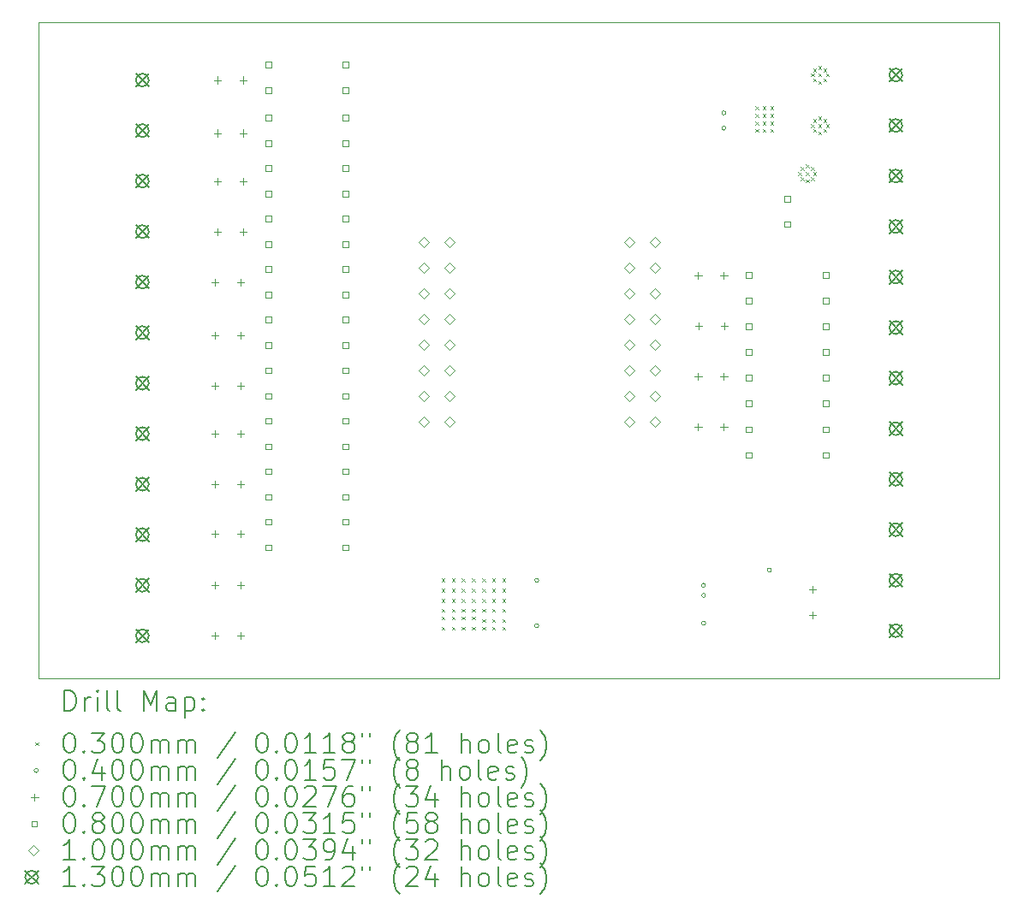
<source format=gbr>
%TF.GenerationSoftware,KiCad,Pcbnew,7.0.6*%
%TF.CreationDate,2023-09-04T23:14:32+02:00*%
%TF.ProjectId,ESP32RIO,45535033-3252-4494-9f2e-6b696361645f,rev?*%
%TF.SameCoordinates,Original*%
%TF.FileFunction,Drillmap*%
%TF.FilePolarity,Positive*%
%FSLAX45Y45*%
G04 Gerber Fmt 4.5, Leading zero omitted, Abs format (unit mm)*
G04 Created by KiCad (PCBNEW 7.0.6) date 2023-09-04 23:14:32*
%MOMM*%
%LPD*%
G01*
G04 APERTURE LIST*
%ADD10C,0.100000*%
%ADD11C,0.200000*%
%ADD12C,0.030000*%
%ADD13C,0.040000*%
%ADD14C,0.070000*%
%ADD15C,0.080000*%
%ADD16C,0.130000*%
G04 APERTURE END LIST*
D10*
X9925000Y-5200000D02*
X19425000Y-5200000D01*
X19425000Y-11700000D01*
X9925000Y-11700000D01*
X9925000Y-5200000D01*
D11*
D12*
X13910000Y-10710000D02*
X13940000Y-10740000D01*
X13940000Y-10710000D02*
X13910000Y-10740000D01*
X13910000Y-10810000D02*
X13940000Y-10840000D01*
X13940000Y-10810000D02*
X13910000Y-10840000D01*
X13910000Y-10910000D02*
X13940000Y-10940000D01*
X13940000Y-10910000D02*
X13910000Y-10940000D01*
X13910000Y-11010000D02*
X13940000Y-11040000D01*
X13940000Y-11010000D02*
X13910000Y-11040000D01*
X13910000Y-11085000D02*
X13940000Y-11115000D01*
X13940000Y-11085000D02*
X13910000Y-11115000D01*
X13910000Y-11185000D02*
X13940000Y-11215000D01*
X13940000Y-11185000D02*
X13910000Y-11215000D01*
X14010000Y-10710000D02*
X14040000Y-10740000D01*
X14040000Y-10710000D02*
X14010000Y-10740000D01*
X14010000Y-10810000D02*
X14040000Y-10840000D01*
X14040000Y-10810000D02*
X14010000Y-10840000D01*
X14010000Y-10910000D02*
X14040000Y-10940000D01*
X14040000Y-10910000D02*
X14010000Y-10940000D01*
X14010000Y-11010000D02*
X14040000Y-11040000D01*
X14040000Y-11010000D02*
X14010000Y-11040000D01*
X14010000Y-11085000D02*
X14040000Y-11115000D01*
X14040000Y-11085000D02*
X14010000Y-11115000D01*
X14010000Y-11185000D02*
X14040000Y-11215000D01*
X14040000Y-11185000D02*
X14010000Y-11215000D01*
X14110000Y-10710000D02*
X14140000Y-10740000D01*
X14140000Y-10710000D02*
X14110000Y-10740000D01*
X14110000Y-10810000D02*
X14140000Y-10840000D01*
X14140000Y-10810000D02*
X14110000Y-10840000D01*
X14110000Y-10910000D02*
X14140000Y-10940000D01*
X14140000Y-10910000D02*
X14110000Y-10940000D01*
X14110000Y-11010000D02*
X14140000Y-11040000D01*
X14140000Y-11010000D02*
X14110000Y-11040000D01*
X14110000Y-11085000D02*
X14140000Y-11115000D01*
X14140000Y-11085000D02*
X14110000Y-11115000D01*
X14110000Y-11185000D02*
X14140000Y-11215000D01*
X14140000Y-11185000D02*
X14110000Y-11215000D01*
X14210000Y-10710000D02*
X14240000Y-10740000D01*
X14240000Y-10710000D02*
X14210000Y-10740000D01*
X14210000Y-10810000D02*
X14240000Y-10840000D01*
X14240000Y-10810000D02*
X14210000Y-10840000D01*
X14210000Y-10910000D02*
X14240000Y-10940000D01*
X14240000Y-10910000D02*
X14210000Y-10940000D01*
X14210000Y-11010000D02*
X14240000Y-11040000D01*
X14240000Y-11010000D02*
X14210000Y-11040000D01*
X14210000Y-11085000D02*
X14240000Y-11115000D01*
X14240000Y-11085000D02*
X14210000Y-11115000D01*
X14210000Y-11185000D02*
X14240000Y-11215000D01*
X14240000Y-11185000D02*
X14210000Y-11215000D01*
X14310000Y-10710000D02*
X14340000Y-10740000D01*
X14340000Y-10710000D02*
X14310000Y-10740000D01*
X14310000Y-10810000D02*
X14340000Y-10840000D01*
X14340000Y-10810000D02*
X14310000Y-10840000D01*
X14310000Y-10910000D02*
X14340000Y-10940000D01*
X14340000Y-10910000D02*
X14310000Y-10940000D01*
X14310000Y-11010000D02*
X14340000Y-11040000D01*
X14340000Y-11010000D02*
X14310000Y-11040000D01*
X14310000Y-11110000D02*
X14340000Y-11140000D01*
X14340000Y-11110000D02*
X14310000Y-11140000D01*
X14310000Y-11185000D02*
X14340000Y-11215000D01*
X14340000Y-11185000D02*
X14310000Y-11215000D01*
X14410000Y-10710000D02*
X14440000Y-10740000D01*
X14440000Y-10710000D02*
X14410000Y-10740000D01*
X14410000Y-10810000D02*
X14440000Y-10840000D01*
X14440000Y-10810000D02*
X14410000Y-10840000D01*
X14410000Y-10910000D02*
X14440000Y-10940000D01*
X14440000Y-10910000D02*
X14410000Y-10940000D01*
X14410000Y-11010000D02*
X14440000Y-11040000D01*
X14440000Y-11010000D02*
X14410000Y-11040000D01*
X14410000Y-11110000D02*
X14440000Y-11140000D01*
X14440000Y-11110000D02*
X14410000Y-11140000D01*
X14410000Y-11185000D02*
X14440000Y-11215000D01*
X14440000Y-11185000D02*
X14410000Y-11215000D01*
X14510000Y-10710000D02*
X14540000Y-10740000D01*
X14540000Y-10710000D02*
X14510000Y-10740000D01*
X14510000Y-10810000D02*
X14540000Y-10840000D01*
X14540000Y-10810000D02*
X14510000Y-10840000D01*
X14510000Y-10910000D02*
X14540000Y-10940000D01*
X14540000Y-10910000D02*
X14510000Y-10940000D01*
X14510000Y-11010000D02*
X14540000Y-11040000D01*
X14540000Y-11010000D02*
X14510000Y-11040000D01*
X14510000Y-11110000D02*
X14540000Y-11140000D01*
X14540000Y-11110000D02*
X14510000Y-11140000D01*
X14510000Y-11185000D02*
X14540000Y-11215000D01*
X14540000Y-11185000D02*
X14510000Y-11215000D01*
X17010000Y-6035000D02*
X17040000Y-6065000D01*
X17040000Y-6035000D02*
X17010000Y-6065000D01*
X17010000Y-6110000D02*
X17040000Y-6140000D01*
X17040000Y-6110000D02*
X17010000Y-6140000D01*
X17010000Y-6185000D02*
X17040000Y-6215000D01*
X17040000Y-6185000D02*
X17010000Y-6215000D01*
X17010000Y-6260000D02*
X17040000Y-6290000D01*
X17040000Y-6260000D02*
X17010000Y-6290000D01*
X17085000Y-6035000D02*
X17115000Y-6065000D01*
X17115000Y-6035000D02*
X17085000Y-6065000D01*
X17085000Y-6110000D02*
X17115000Y-6140000D01*
X17115000Y-6110000D02*
X17085000Y-6140000D01*
X17085000Y-6185000D02*
X17115000Y-6215000D01*
X17115000Y-6185000D02*
X17085000Y-6215000D01*
X17085000Y-6260000D02*
X17115000Y-6290000D01*
X17115000Y-6260000D02*
X17085000Y-6290000D01*
X17160000Y-6035000D02*
X17190000Y-6065000D01*
X17190000Y-6035000D02*
X17160000Y-6065000D01*
X17160000Y-6110000D02*
X17190000Y-6140000D01*
X17190000Y-6110000D02*
X17160000Y-6140000D01*
X17160000Y-6185000D02*
X17190000Y-6215000D01*
X17190000Y-6185000D02*
X17160000Y-6215000D01*
X17160000Y-6260000D02*
X17190000Y-6290000D01*
X17190000Y-6260000D02*
X17160000Y-6290000D01*
X17435000Y-6685000D02*
X17465000Y-6715000D01*
X17465000Y-6685000D02*
X17435000Y-6715000D01*
X17460000Y-6635000D02*
X17490000Y-6665000D01*
X17490000Y-6635000D02*
X17460000Y-6665000D01*
X17460000Y-6735000D02*
X17490000Y-6765000D01*
X17490000Y-6735000D02*
X17460000Y-6765000D01*
X17510000Y-6610000D02*
X17540000Y-6640000D01*
X17540000Y-6610000D02*
X17510000Y-6640000D01*
X17510000Y-6685000D02*
X17540000Y-6715000D01*
X17540000Y-6685000D02*
X17510000Y-6715000D01*
X17510000Y-6760000D02*
X17540000Y-6790000D01*
X17540000Y-6760000D02*
X17510000Y-6790000D01*
X17560000Y-5710000D02*
X17590000Y-5740000D01*
X17590000Y-5710000D02*
X17560000Y-5740000D01*
X17560000Y-6210000D02*
X17590000Y-6240000D01*
X17590000Y-6210000D02*
X17560000Y-6240000D01*
X17560000Y-6635000D02*
X17590000Y-6665000D01*
X17590000Y-6635000D02*
X17560000Y-6665000D01*
X17560000Y-6735000D02*
X17590000Y-6765000D01*
X17590000Y-6735000D02*
X17560000Y-6765000D01*
X17585000Y-5660000D02*
X17615000Y-5690000D01*
X17615000Y-5660000D02*
X17585000Y-5690000D01*
X17585000Y-5760000D02*
X17615000Y-5790000D01*
X17615000Y-5760000D02*
X17585000Y-5790000D01*
X17585000Y-6160000D02*
X17615000Y-6190000D01*
X17615000Y-6160000D02*
X17585000Y-6190000D01*
X17585000Y-6260000D02*
X17615000Y-6290000D01*
X17615000Y-6260000D02*
X17585000Y-6290000D01*
X17585000Y-6685000D02*
X17615000Y-6715000D01*
X17615000Y-6685000D02*
X17585000Y-6715000D01*
X17635000Y-5635000D02*
X17665000Y-5665000D01*
X17665000Y-5635000D02*
X17635000Y-5665000D01*
X17635000Y-5710000D02*
X17665000Y-5740000D01*
X17665000Y-5710000D02*
X17635000Y-5740000D01*
X17635000Y-5785000D02*
X17665000Y-5815000D01*
X17665000Y-5785000D02*
X17635000Y-5815000D01*
X17635000Y-6135000D02*
X17665000Y-6165000D01*
X17665000Y-6135000D02*
X17635000Y-6165000D01*
X17635000Y-6210000D02*
X17665000Y-6240000D01*
X17665000Y-6210000D02*
X17635000Y-6240000D01*
X17635000Y-6285000D02*
X17665000Y-6315000D01*
X17665000Y-6285000D02*
X17635000Y-6315000D01*
X17685000Y-5660000D02*
X17715000Y-5690000D01*
X17715000Y-5660000D02*
X17685000Y-5690000D01*
X17685000Y-5760000D02*
X17715000Y-5790000D01*
X17715000Y-5760000D02*
X17685000Y-5790000D01*
X17685000Y-6160000D02*
X17715000Y-6190000D01*
X17715000Y-6160000D02*
X17685000Y-6190000D01*
X17685000Y-6260000D02*
X17715000Y-6290000D01*
X17715000Y-6260000D02*
X17685000Y-6290000D01*
X17710000Y-5710000D02*
X17740000Y-5740000D01*
X17740000Y-5710000D02*
X17710000Y-5740000D01*
X17710000Y-6210000D02*
X17740000Y-6240000D01*
X17740000Y-6210000D02*
X17710000Y-6240000D01*
D13*
X14870000Y-10725000D02*
G75*
G03*
X14870000Y-10725000I-20000J0D01*
G01*
X14870000Y-11175000D02*
G75*
G03*
X14870000Y-11175000I-20000J0D01*
G01*
X16520000Y-10775000D02*
G75*
G03*
X16520000Y-10775000I-20000J0D01*
G01*
X16520000Y-10875000D02*
G75*
G03*
X16520000Y-10875000I-20000J0D01*
G01*
X16520000Y-11150000D02*
G75*
G03*
X16520000Y-11150000I-20000J0D01*
G01*
X16720000Y-6100000D02*
G75*
G03*
X16720000Y-6100000I-20000J0D01*
G01*
X16720000Y-6250000D02*
G75*
G03*
X16720000Y-6250000I-20000J0D01*
G01*
X17170000Y-10625000D02*
G75*
G03*
X17170000Y-10625000I-20000J0D01*
G01*
D14*
X11668000Y-7740000D02*
X11668000Y-7810000D01*
X11633000Y-7775000D02*
X11703000Y-7775000D01*
X11668000Y-8265000D02*
X11668000Y-8335000D01*
X11633000Y-8300000D02*
X11703000Y-8300000D01*
X11668000Y-8765000D02*
X11668000Y-8835000D01*
X11633000Y-8800000D02*
X11703000Y-8800000D01*
X11668000Y-9240000D02*
X11668000Y-9310000D01*
X11633000Y-9275000D02*
X11703000Y-9275000D01*
X11668000Y-9740000D02*
X11668000Y-9810000D01*
X11633000Y-9775000D02*
X11703000Y-9775000D01*
X11668000Y-10231989D02*
X11668000Y-10301989D01*
X11633000Y-10266989D02*
X11703000Y-10266989D01*
X11668000Y-10740000D02*
X11668000Y-10810000D01*
X11633000Y-10775000D02*
X11703000Y-10775000D01*
X11668000Y-11240000D02*
X11668000Y-11310000D01*
X11633000Y-11275000D02*
X11703000Y-11275000D01*
X11693000Y-5740000D02*
X11693000Y-5810000D01*
X11658000Y-5775000D02*
X11728000Y-5775000D01*
X11693000Y-6265000D02*
X11693000Y-6335000D01*
X11658000Y-6300000D02*
X11728000Y-6300000D01*
X11693000Y-6740000D02*
X11693000Y-6810000D01*
X11658000Y-6775000D02*
X11728000Y-6775000D01*
X11693000Y-7240000D02*
X11693000Y-7310000D01*
X11658000Y-7275000D02*
X11728000Y-7275000D01*
X11922000Y-7740000D02*
X11922000Y-7810000D01*
X11887000Y-7775000D02*
X11957000Y-7775000D01*
X11922000Y-8265000D02*
X11922000Y-8335000D01*
X11887000Y-8300000D02*
X11957000Y-8300000D01*
X11922000Y-8765000D02*
X11922000Y-8835000D01*
X11887000Y-8800000D02*
X11957000Y-8800000D01*
X11922000Y-9240000D02*
X11922000Y-9310000D01*
X11887000Y-9275000D02*
X11957000Y-9275000D01*
X11922000Y-9740000D02*
X11922000Y-9810000D01*
X11887000Y-9775000D02*
X11957000Y-9775000D01*
X11922000Y-10231989D02*
X11922000Y-10301989D01*
X11887000Y-10266989D02*
X11957000Y-10266989D01*
X11922000Y-10740000D02*
X11922000Y-10810000D01*
X11887000Y-10775000D02*
X11957000Y-10775000D01*
X11922000Y-11240000D02*
X11922000Y-11310000D01*
X11887000Y-11275000D02*
X11957000Y-11275000D01*
X11947000Y-5740000D02*
X11947000Y-5810000D01*
X11912000Y-5775000D02*
X11982000Y-5775000D01*
X11947000Y-6265000D02*
X11947000Y-6335000D01*
X11912000Y-6300000D02*
X11982000Y-6300000D01*
X11947000Y-6740000D02*
X11947000Y-6810000D01*
X11912000Y-6775000D02*
X11982000Y-6775000D01*
X11947000Y-7240000D02*
X11947000Y-7310000D01*
X11912000Y-7275000D02*
X11982000Y-7275000D01*
X16446203Y-7675246D02*
X16446203Y-7745246D01*
X16411203Y-7710246D02*
X16481203Y-7710246D01*
X16446203Y-8675246D02*
X16446203Y-8745246D01*
X16411203Y-8710246D02*
X16481203Y-8710246D01*
X16446203Y-9175246D02*
X16446203Y-9245246D01*
X16411203Y-9210246D02*
X16481203Y-9210246D01*
X16449203Y-8175246D02*
X16449203Y-8245246D01*
X16414203Y-8210246D02*
X16484203Y-8210246D01*
X16700203Y-7675246D02*
X16700203Y-7745246D01*
X16665203Y-7710246D02*
X16735203Y-7710246D01*
X16700203Y-8675246D02*
X16700203Y-8745246D01*
X16665203Y-8710246D02*
X16735203Y-8710246D01*
X16700203Y-9175246D02*
X16700203Y-9245246D01*
X16665203Y-9210246D02*
X16735203Y-9210246D01*
X16703203Y-8175246D02*
X16703203Y-8245246D01*
X16668203Y-8210246D02*
X16738203Y-8210246D01*
X17575000Y-10783000D02*
X17575000Y-10853000D01*
X17540000Y-10818000D02*
X17610000Y-10818000D01*
X17575000Y-11037000D02*
X17575000Y-11107000D01*
X17540000Y-11072000D02*
X17610000Y-11072000D01*
D15*
X12223284Y-5650784D02*
X12223284Y-5594215D01*
X12166715Y-5594215D01*
X12166715Y-5650784D01*
X12223284Y-5650784D01*
X12223284Y-5904784D02*
X12223284Y-5848215D01*
X12166715Y-5848215D01*
X12166715Y-5904784D01*
X12223284Y-5904784D01*
X12223284Y-6175784D02*
X12223284Y-6119215D01*
X12166715Y-6119215D01*
X12166715Y-6175784D01*
X12223284Y-6175784D01*
X12223284Y-6429784D02*
X12223284Y-6373215D01*
X12166715Y-6373215D01*
X12166715Y-6429784D01*
X12223284Y-6429784D01*
X12223284Y-6675784D02*
X12223284Y-6619215D01*
X12166715Y-6619215D01*
X12166715Y-6675784D01*
X12223284Y-6675784D01*
X12223284Y-6929784D02*
X12223284Y-6873215D01*
X12166715Y-6873215D01*
X12166715Y-6929784D01*
X12223284Y-6929784D01*
X12223284Y-7175784D02*
X12223284Y-7119215D01*
X12166715Y-7119215D01*
X12166715Y-7175784D01*
X12223284Y-7175784D01*
X12223284Y-7429784D02*
X12223284Y-7373215D01*
X12166715Y-7373215D01*
X12166715Y-7429784D01*
X12223284Y-7429784D01*
X12223284Y-7675784D02*
X12223284Y-7619215D01*
X12166715Y-7619215D01*
X12166715Y-7675784D01*
X12223284Y-7675784D01*
X12223284Y-7929784D02*
X12223284Y-7873215D01*
X12166715Y-7873215D01*
X12166715Y-7929784D01*
X12223284Y-7929784D01*
X12223284Y-8175784D02*
X12223284Y-8119215D01*
X12166715Y-8119215D01*
X12166715Y-8175784D01*
X12223284Y-8175784D01*
X12223284Y-8429785D02*
X12223284Y-8373215D01*
X12166715Y-8373215D01*
X12166715Y-8429785D01*
X12223284Y-8429785D01*
X12223284Y-8675785D02*
X12223284Y-8619216D01*
X12166715Y-8619216D01*
X12166715Y-8675785D01*
X12223284Y-8675785D01*
X12223284Y-8929785D02*
X12223284Y-8873216D01*
X12166715Y-8873216D01*
X12166715Y-8929785D01*
X12223284Y-8929785D01*
X12223284Y-9175785D02*
X12223284Y-9119216D01*
X12166715Y-9119216D01*
X12166715Y-9175785D01*
X12223284Y-9175785D01*
X12223284Y-9429785D02*
X12223284Y-9373216D01*
X12166715Y-9373216D01*
X12166715Y-9429785D01*
X12223284Y-9429785D01*
X12223284Y-9675785D02*
X12223284Y-9619216D01*
X12166715Y-9619216D01*
X12166715Y-9675785D01*
X12223284Y-9675785D01*
X12223284Y-9929785D02*
X12223284Y-9873216D01*
X12166715Y-9873216D01*
X12166715Y-9929785D01*
X12223284Y-9929785D01*
X12223284Y-10175785D02*
X12223284Y-10119216D01*
X12166715Y-10119216D01*
X12166715Y-10175785D01*
X12223284Y-10175785D01*
X12223284Y-10429785D02*
X12223284Y-10373216D01*
X12166715Y-10373216D01*
X12166715Y-10429785D01*
X12223284Y-10429785D01*
X12985284Y-5650784D02*
X12985284Y-5594215D01*
X12928715Y-5594215D01*
X12928715Y-5650784D01*
X12985284Y-5650784D01*
X12985284Y-5904784D02*
X12985284Y-5848215D01*
X12928715Y-5848215D01*
X12928715Y-5904784D01*
X12985284Y-5904784D01*
X12985284Y-6175784D02*
X12985284Y-6119215D01*
X12928715Y-6119215D01*
X12928715Y-6175784D01*
X12985284Y-6175784D01*
X12985284Y-6429784D02*
X12985284Y-6373215D01*
X12928715Y-6373215D01*
X12928715Y-6429784D01*
X12985284Y-6429784D01*
X12985284Y-6675784D02*
X12985284Y-6619215D01*
X12928715Y-6619215D01*
X12928715Y-6675784D01*
X12985284Y-6675784D01*
X12985284Y-6929784D02*
X12985284Y-6873215D01*
X12928715Y-6873215D01*
X12928715Y-6929784D01*
X12985284Y-6929784D01*
X12985284Y-7175784D02*
X12985284Y-7119215D01*
X12928715Y-7119215D01*
X12928715Y-7175784D01*
X12985284Y-7175784D01*
X12985284Y-7429784D02*
X12985284Y-7373215D01*
X12928715Y-7373215D01*
X12928715Y-7429784D01*
X12985284Y-7429784D01*
X12985284Y-7675784D02*
X12985284Y-7619215D01*
X12928715Y-7619215D01*
X12928715Y-7675784D01*
X12985284Y-7675784D01*
X12985284Y-7929784D02*
X12985284Y-7873215D01*
X12928715Y-7873215D01*
X12928715Y-7929784D01*
X12985284Y-7929784D01*
X12985284Y-8175784D02*
X12985284Y-8119215D01*
X12928715Y-8119215D01*
X12928715Y-8175784D01*
X12985284Y-8175784D01*
X12985284Y-8429785D02*
X12985284Y-8373215D01*
X12928715Y-8373215D01*
X12928715Y-8429785D01*
X12985284Y-8429785D01*
X12985284Y-8675785D02*
X12985284Y-8619216D01*
X12928715Y-8619216D01*
X12928715Y-8675785D01*
X12985284Y-8675785D01*
X12985284Y-8929785D02*
X12985284Y-8873216D01*
X12928715Y-8873216D01*
X12928715Y-8929785D01*
X12985284Y-8929785D01*
X12985284Y-9175785D02*
X12985284Y-9119216D01*
X12928715Y-9119216D01*
X12928715Y-9175785D01*
X12985284Y-9175785D01*
X12985284Y-9429785D02*
X12985284Y-9373216D01*
X12928715Y-9373216D01*
X12928715Y-9429785D01*
X12985284Y-9429785D01*
X12985284Y-9675785D02*
X12985284Y-9619216D01*
X12928715Y-9619216D01*
X12928715Y-9675785D01*
X12985284Y-9675785D01*
X12985284Y-9929785D02*
X12985284Y-9873216D01*
X12928715Y-9873216D01*
X12928715Y-9929785D01*
X12985284Y-9929785D01*
X12985284Y-10175785D02*
X12985284Y-10119216D01*
X12928715Y-10119216D01*
X12928715Y-10175785D01*
X12985284Y-10175785D01*
X12985284Y-10429785D02*
X12985284Y-10373216D01*
X12928715Y-10373216D01*
X12928715Y-10429785D01*
X12985284Y-10429785D01*
X16974488Y-7733030D02*
X16974488Y-7676461D01*
X16917919Y-7676461D01*
X16917919Y-7733030D01*
X16974488Y-7733030D01*
X16974488Y-7987030D02*
X16974488Y-7930461D01*
X16917919Y-7930461D01*
X16917919Y-7987030D01*
X16974488Y-7987030D01*
X16976488Y-8242364D02*
X16976488Y-8185795D01*
X16919919Y-8185795D01*
X16919919Y-8242364D01*
X16976488Y-8242364D01*
X16976488Y-8496364D02*
X16976488Y-8439795D01*
X16919919Y-8439795D01*
X16919919Y-8496364D01*
X16976488Y-8496364D01*
X16976488Y-8751697D02*
X16976488Y-8695128D01*
X16919919Y-8695128D01*
X16919919Y-8751697D01*
X16976488Y-8751697D01*
X16976488Y-9005697D02*
X16976488Y-8949128D01*
X16919919Y-8949128D01*
X16919919Y-9005697D01*
X16976488Y-9005697D01*
X16976488Y-9261030D02*
X16976488Y-9204461D01*
X16919919Y-9204461D01*
X16919919Y-9261030D01*
X16976488Y-9261030D01*
X16976488Y-9515030D02*
X16976488Y-9458461D01*
X16919919Y-9458461D01*
X16919919Y-9515030D01*
X16976488Y-9515030D01*
X17353285Y-6978284D02*
X17353285Y-6921715D01*
X17296716Y-6921715D01*
X17296716Y-6978284D01*
X17353285Y-6978284D01*
X17353285Y-7228284D02*
X17353285Y-7171715D01*
X17296716Y-7171715D01*
X17296716Y-7228284D01*
X17353285Y-7228284D01*
X17736488Y-7733030D02*
X17736488Y-7676461D01*
X17679919Y-7676461D01*
X17679919Y-7733030D01*
X17736488Y-7733030D01*
X17736488Y-7987030D02*
X17736488Y-7930461D01*
X17679919Y-7930461D01*
X17679919Y-7987030D01*
X17736488Y-7987030D01*
X17738488Y-8242364D02*
X17738488Y-8185795D01*
X17681919Y-8185795D01*
X17681919Y-8242364D01*
X17738488Y-8242364D01*
X17738488Y-8496364D02*
X17738488Y-8439795D01*
X17681919Y-8439795D01*
X17681919Y-8496364D01*
X17738488Y-8496364D01*
X17738488Y-8751697D02*
X17738488Y-8695128D01*
X17681919Y-8695128D01*
X17681919Y-8751697D01*
X17738488Y-8751697D01*
X17738488Y-9005697D02*
X17738488Y-8949128D01*
X17681919Y-8949128D01*
X17681919Y-9005697D01*
X17738488Y-9005697D01*
X17738488Y-9261030D02*
X17738488Y-9204461D01*
X17681919Y-9204461D01*
X17681919Y-9261030D01*
X17738488Y-9261030D01*
X17738488Y-9515030D02*
X17738488Y-9458461D01*
X17681919Y-9458461D01*
X17681919Y-9515030D01*
X17738488Y-9515030D01*
D10*
X13730250Y-7430500D02*
X13780250Y-7380500D01*
X13730250Y-7330500D01*
X13680250Y-7380500D01*
X13730250Y-7430500D01*
X13730250Y-7684500D02*
X13780250Y-7634500D01*
X13730250Y-7584500D01*
X13680250Y-7634500D01*
X13730250Y-7684500D01*
X13730250Y-7938500D02*
X13780250Y-7888500D01*
X13730250Y-7838500D01*
X13680250Y-7888500D01*
X13730250Y-7938500D01*
X13730250Y-8192500D02*
X13780250Y-8142500D01*
X13730250Y-8092500D01*
X13680250Y-8142500D01*
X13730250Y-8192500D01*
X13730250Y-8446500D02*
X13780250Y-8396500D01*
X13730250Y-8346500D01*
X13680250Y-8396500D01*
X13730250Y-8446500D01*
X13730250Y-8700500D02*
X13780250Y-8650500D01*
X13730250Y-8600500D01*
X13680250Y-8650500D01*
X13730250Y-8700500D01*
X13730250Y-8954500D02*
X13780250Y-8904500D01*
X13730250Y-8854500D01*
X13680250Y-8904500D01*
X13730250Y-8954500D01*
X13730250Y-9208500D02*
X13780250Y-9158500D01*
X13730250Y-9108500D01*
X13680250Y-9158500D01*
X13730250Y-9208500D01*
X13984250Y-7430500D02*
X14034250Y-7380500D01*
X13984250Y-7330500D01*
X13934250Y-7380500D01*
X13984250Y-7430500D01*
X13984250Y-7684500D02*
X14034250Y-7634500D01*
X13984250Y-7584500D01*
X13934250Y-7634500D01*
X13984250Y-7684500D01*
X13984250Y-7938500D02*
X14034250Y-7888500D01*
X13984250Y-7838500D01*
X13934250Y-7888500D01*
X13984250Y-7938500D01*
X13984250Y-8192500D02*
X14034250Y-8142500D01*
X13984250Y-8092500D01*
X13934250Y-8142500D01*
X13984250Y-8192500D01*
X13984250Y-8446500D02*
X14034250Y-8396500D01*
X13984250Y-8346500D01*
X13934250Y-8396500D01*
X13984250Y-8446500D01*
X13984250Y-8700500D02*
X14034250Y-8650500D01*
X13984250Y-8600500D01*
X13934250Y-8650500D01*
X13984250Y-8700500D01*
X13984250Y-8954500D02*
X14034250Y-8904500D01*
X13984250Y-8854500D01*
X13934250Y-8904500D01*
X13984250Y-8954500D01*
X13984250Y-9208500D02*
X14034250Y-9158500D01*
X13984250Y-9108500D01*
X13934250Y-9158500D01*
X13984250Y-9208500D01*
X15762250Y-7430500D02*
X15812250Y-7380500D01*
X15762250Y-7330500D01*
X15712250Y-7380500D01*
X15762250Y-7430500D01*
X15762250Y-7684500D02*
X15812250Y-7634500D01*
X15762250Y-7584500D01*
X15712250Y-7634500D01*
X15762250Y-7684500D01*
X15762250Y-7938500D02*
X15812250Y-7888500D01*
X15762250Y-7838500D01*
X15712250Y-7888500D01*
X15762250Y-7938500D01*
X15762250Y-8192500D02*
X15812250Y-8142500D01*
X15762250Y-8092500D01*
X15712250Y-8142500D01*
X15762250Y-8192500D01*
X15762250Y-8446500D02*
X15812250Y-8396500D01*
X15762250Y-8346500D01*
X15712250Y-8396500D01*
X15762250Y-8446500D01*
X15762250Y-8700500D02*
X15812250Y-8650500D01*
X15762250Y-8600500D01*
X15712250Y-8650500D01*
X15762250Y-8700500D01*
X15762250Y-8954500D02*
X15812250Y-8904500D01*
X15762250Y-8854500D01*
X15712250Y-8904500D01*
X15762250Y-8954500D01*
X15762250Y-9208500D02*
X15812250Y-9158500D01*
X15762250Y-9108500D01*
X15712250Y-9158500D01*
X15762250Y-9208500D01*
X16016250Y-7430500D02*
X16066250Y-7380500D01*
X16016250Y-7330500D01*
X15966250Y-7380500D01*
X16016250Y-7430500D01*
X16016250Y-7684500D02*
X16066250Y-7634500D01*
X16016250Y-7584500D01*
X15966250Y-7634500D01*
X16016250Y-7684500D01*
X16016250Y-7938500D02*
X16066250Y-7888500D01*
X16016250Y-7838500D01*
X15966250Y-7888500D01*
X16016250Y-7938500D01*
X16016250Y-8192500D02*
X16066250Y-8142500D01*
X16016250Y-8092500D01*
X15966250Y-8142500D01*
X16016250Y-8192500D01*
X16016250Y-8446500D02*
X16066250Y-8396500D01*
X16016250Y-8346500D01*
X15966250Y-8396500D01*
X16016250Y-8446500D01*
X16016250Y-8700500D02*
X16066250Y-8650500D01*
X16016250Y-8600500D01*
X15966250Y-8650500D01*
X16016250Y-8700500D01*
X16016250Y-8954500D02*
X16066250Y-8904500D01*
X16016250Y-8854500D01*
X15966250Y-8904500D01*
X16016250Y-8954500D01*
X16016250Y-9208500D02*
X16066250Y-9158500D01*
X16016250Y-9108500D01*
X15966250Y-9158500D01*
X16016250Y-9208500D01*
D16*
X10885000Y-5710000D02*
X11015000Y-5840000D01*
X11015000Y-5710000D02*
X10885000Y-5840000D01*
X11015000Y-5775000D02*
G75*
G03*
X11015000Y-5775000I-65000J0D01*
G01*
X10885000Y-6210000D02*
X11015000Y-6340000D01*
X11015000Y-6210000D02*
X10885000Y-6340000D01*
X11015000Y-6275000D02*
G75*
G03*
X11015000Y-6275000I-65000J0D01*
G01*
X10885000Y-6710000D02*
X11015000Y-6840000D01*
X11015000Y-6710000D02*
X10885000Y-6840000D01*
X11015000Y-6775000D02*
G75*
G03*
X11015000Y-6775000I-65000J0D01*
G01*
X10885000Y-7210000D02*
X11015000Y-7340000D01*
X11015000Y-7210000D02*
X10885000Y-7340000D01*
X11015000Y-7275000D02*
G75*
G03*
X11015000Y-7275000I-65000J0D01*
G01*
X10885000Y-7710000D02*
X11015000Y-7840000D01*
X11015000Y-7710000D02*
X10885000Y-7840000D01*
X11015000Y-7775000D02*
G75*
G03*
X11015000Y-7775000I-65000J0D01*
G01*
X10885000Y-8210000D02*
X11015000Y-8340000D01*
X11015000Y-8210000D02*
X10885000Y-8340000D01*
X11015000Y-8275000D02*
G75*
G03*
X11015000Y-8275000I-65000J0D01*
G01*
X10885000Y-8710000D02*
X11015000Y-8840000D01*
X11015000Y-8710000D02*
X10885000Y-8840000D01*
X11015000Y-8775000D02*
G75*
G03*
X11015000Y-8775000I-65000J0D01*
G01*
X10885000Y-9210000D02*
X11015000Y-9340000D01*
X11015000Y-9210000D02*
X10885000Y-9340000D01*
X11015000Y-9275000D02*
G75*
G03*
X11015000Y-9275000I-65000J0D01*
G01*
X10885000Y-9710000D02*
X11015000Y-9840000D01*
X11015000Y-9710000D02*
X10885000Y-9840000D01*
X11015000Y-9775000D02*
G75*
G03*
X11015000Y-9775000I-65000J0D01*
G01*
X10885000Y-10210000D02*
X11015000Y-10340000D01*
X11015000Y-10210000D02*
X10885000Y-10340000D01*
X11015000Y-10275000D02*
G75*
G03*
X11015000Y-10275000I-65000J0D01*
G01*
X10885000Y-10710000D02*
X11015000Y-10840000D01*
X11015000Y-10710000D02*
X10885000Y-10840000D01*
X11015000Y-10775000D02*
G75*
G03*
X11015000Y-10775000I-65000J0D01*
G01*
X10885000Y-11210000D02*
X11015000Y-11340000D01*
X11015000Y-11210000D02*
X10885000Y-11340000D01*
X11015000Y-11275000D02*
G75*
G03*
X11015000Y-11275000I-65000J0D01*
G01*
X18335000Y-5660000D02*
X18465000Y-5790000D01*
X18465000Y-5660000D02*
X18335000Y-5790000D01*
X18465000Y-5725000D02*
G75*
G03*
X18465000Y-5725000I-65000J0D01*
G01*
X18335000Y-6160000D02*
X18465000Y-6290000D01*
X18465000Y-6160000D02*
X18335000Y-6290000D01*
X18465000Y-6225000D02*
G75*
G03*
X18465000Y-6225000I-65000J0D01*
G01*
X18335000Y-6660000D02*
X18465000Y-6790000D01*
X18465000Y-6660000D02*
X18335000Y-6790000D01*
X18465000Y-6725000D02*
G75*
G03*
X18465000Y-6725000I-65000J0D01*
G01*
X18335000Y-7160000D02*
X18465000Y-7290000D01*
X18465000Y-7160000D02*
X18335000Y-7290000D01*
X18465000Y-7225000D02*
G75*
G03*
X18465000Y-7225000I-65000J0D01*
G01*
X18335000Y-7660000D02*
X18465000Y-7790000D01*
X18465000Y-7660000D02*
X18335000Y-7790000D01*
X18465000Y-7725000D02*
G75*
G03*
X18465000Y-7725000I-65000J0D01*
G01*
X18335000Y-8160000D02*
X18465000Y-8290000D01*
X18465000Y-8160000D02*
X18335000Y-8290000D01*
X18465000Y-8225000D02*
G75*
G03*
X18465000Y-8225000I-65000J0D01*
G01*
X18335000Y-8660000D02*
X18465000Y-8790000D01*
X18465000Y-8660000D02*
X18335000Y-8790000D01*
X18465000Y-8725000D02*
G75*
G03*
X18465000Y-8725000I-65000J0D01*
G01*
X18335000Y-9160000D02*
X18465000Y-9290000D01*
X18465000Y-9160000D02*
X18335000Y-9290000D01*
X18465000Y-9225000D02*
G75*
G03*
X18465000Y-9225000I-65000J0D01*
G01*
X18335000Y-9660000D02*
X18465000Y-9790000D01*
X18465000Y-9660000D02*
X18335000Y-9790000D01*
X18465000Y-9725000D02*
G75*
G03*
X18465000Y-9725000I-65000J0D01*
G01*
X18335000Y-10160000D02*
X18465000Y-10290000D01*
X18465000Y-10160000D02*
X18335000Y-10290000D01*
X18465000Y-10225000D02*
G75*
G03*
X18465000Y-10225000I-65000J0D01*
G01*
X18335000Y-10660000D02*
X18465000Y-10790000D01*
X18465000Y-10660000D02*
X18335000Y-10790000D01*
X18465000Y-10725000D02*
G75*
G03*
X18465000Y-10725000I-65000J0D01*
G01*
X18335000Y-11160000D02*
X18465000Y-11290000D01*
X18465000Y-11160000D02*
X18335000Y-11290000D01*
X18465000Y-11225000D02*
G75*
G03*
X18465000Y-11225000I-65000J0D01*
G01*
D11*
X10180777Y-12016484D02*
X10180777Y-11816484D01*
X10180777Y-11816484D02*
X10228396Y-11816484D01*
X10228396Y-11816484D02*
X10256967Y-11826008D01*
X10256967Y-11826008D02*
X10276015Y-11845055D01*
X10276015Y-11845055D02*
X10285539Y-11864103D01*
X10285539Y-11864103D02*
X10295063Y-11902198D01*
X10295063Y-11902198D02*
X10295063Y-11930769D01*
X10295063Y-11930769D02*
X10285539Y-11968865D01*
X10285539Y-11968865D02*
X10276015Y-11987912D01*
X10276015Y-11987912D02*
X10256967Y-12006960D01*
X10256967Y-12006960D02*
X10228396Y-12016484D01*
X10228396Y-12016484D02*
X10180777Y-12016484D01*
X10380777Y-12016484D02*
X10380777Y-11883150D01*
X10380777Y-11921246D02*
X10390301Y-11902198D01*
X10390301Y-11902198D02*
X10399824Y-11892674D01*
X10399824Y-11892674D02*
X10418872Y-11883150D01*
X10418872Y-11883150D02*
X10437920Y-11883150D01*
X10504586Y-12016484D02*
X10504586Y-11883150D01*
X10504586Y-11816484D02*
X10495063Y-11826008D01*
X10495063Y-11826008D02*
X10504586Y-11835531D01*
X10504586Y-11835531D02*
X10514110Y-11826008D01*
X10514110Y-11826008D02*
X10504586Y-11816484D01*
X10504586Y-11816484D02*
X10504586Y-11835531D01*
X10628396Y-12016484D02*
X10609348Y-12006960D01*
X10609348Y-12006960D02*
X10599824Y-11987912D01*
X10599824Y-11987912D02*
X10599824Y-11816484D01*
X10733158Y-12016484D02*
X10714110Y-12006960D01*
X10714110Y-12006960D02*
X10704586Y-11987912D01*
X10704586Y-11987912D02*
X10704586Y-11816484D01*
X10961729Y-12016484D02*
X10961729Y-11816484D01*
X10961729Y-11816484D02*
X11028396Y-11959341D01*
X11028396Y-11959341D02*
X11095063Y-11816484D01*
X11095063Y-11816484D02*
X11095063Y-12016484D01*
X11276015Y-12016484D02*
X11276015Y-11911722D01*
X11276015Y-11911722D02*
X11266491Y-11892674D01*
X11266491Y-11892674D02*
X11247443Y-11883150D01*
X11247443Y-11883150D02*
X11209348Y-11883150D01*
X11209348Y-11883150D02*
X11190301Y-11892674D01*
X11276015Y-12006960D02*
X11256967Y-12016484D01*
X11256967Y-12016484D02*
X11209348Y-12016484D01*
X11209348Y-12016484D02*
X11190301Y-12006960D01*
X11190301Y-12006960D02*
X11180777Y-11987912D01*
X11180777Y-11987912D02*
X11180777Y-11968865D01*
X11180777Y-11968865D02*
X11190301Y-11949817D01*
X11190301Y-11949817D02*
X11209348Y-11940293D01*
X11209348Y-11940293D02*
X11256967Y-11940293D01*
X11256967Y-11940293D02*
X11276015Y-11930769D01*
X11371253Y-11883150D02*
X11371253Y-12083150D01*
X11371253Y-11892674D02*
X11390301Y-11883150D01*
X11390301Y-11883150D02*
X11428396Y-11883150D01*
X11428396Y-11883150D02*
X11447443Y-11892674D01*
X11447443Y-11892674D02*
X11456967Y-11902198D01*
X11456967Y-11902198D02*
X11466491Y-11921246D01*
X11466491Y-11921246D02*
X11466491Y-11978388D01*
X11466491Y-11978388D02*
X11456967Y-11997436D01*
X11456967Y-11997436D02*
X11447443Y-12006960D01*
X11447443Y-12006960D02*
X11428396Y-12016484D01*
X11428396Y-12016484D02*
X11390301Y-12016484D01*
X11390301Y-12016484D02*
X11371253Y-12006960D01*
X11552205Y-11997436D02*
X11561729Y-12006960D01*
X11561729Y-12006960D02*
X11552205Y-12016484D01*
X11552205Y-12016484D02*
X11542682Y-12006960D01*
X11542682Y-12006960D02*
X11552205Y-11997436D01*
X11552205Y-11997436D02*
X11552205Y-12016484D01*
X11552205Y-11892674D02*
X11561729Y-11902198D01*
X11561729Y-11902198D02*
X11552205Y-11911722D01*
X11552205Y-11911722D02*
X11542682Y-11902198D01*
X11542682Y-11902198D02*
X11552205Y-11892674D01*
X11552205Y-11892674D02*
X11552205Y-11911722D01*
D12*
X9890000Y-12330000D02*
X9920000Y-12360000D01*
X9920000Y-12330000D02*
X9890000Y-12360000D01*
D11*
X10218872Y-12236484D02*
X10237920Y-12236484D01*
X10237920Y-12236484D02*
X10256967Y-12246008D01*
X10256967Y-12246008D02*
X10266491Y-12255531D01*
X10266491Y-12255531D02*
X10276015Y-12274579D01*
X10276015Y-12274579D02*
X10285539Y-12312674D01*
X10285539Y-12312674D02*
X10285539Y-12360293D01*
X10285539Y-12360293D02*
X10276015Y-12398388D01*
X10276015Y-12398388D02*
X10266491Y-12417436D01*
X10266491Y-12417436D02*
X10256967Y-12426960D01*
X10256967Y-12426960D02*
X10237920Y-12436484D01*
X10237920Y-12436484D02*
X10218872Y-12436484D01*
X10218872Y-12436484D02*
X10199824Y-12426960D01*
X10199824Y-12426960D02*
X10190301Y-12417436D01*
X10190301Y-12417436D02*
X10180777Y-12398388D01*
X10180777Y-12398388D02*
X10171253Y-12360293D01*
X10171253Y-12360293D02*
X10171253Y-12312674D01*
X10171253Y-12312674D02*
X10180777Y-12274579D01*
X10180777Y-12274579D02*
X10190301Y-12255531D01*
X10190301Y-12255531D02*
X10199824Y-12246008D01*
X10199824Y-12246008D02*
X10218872Y-12236484D01*
X10371253Y-12417436D02*
X10380777Y-12426960D01*
X10380777Y-12426960D02*
X10371253Y-12436484D01*
X10371253Y-12436484D02*
X10361729Y-12426960D01*
X10361729Y-12426960D02*
X10371253Y-12417436D01*
X10371253Y-12417436D02*
X10371253Y-12436484D01*
X10447444Y-12236484D02*
X10571253Y-12236484D01*
X10571253Y-12236484D02*
X10504586Y-12312674D01*
X10504586Y-12312674D02*
X10533158Y-12312674D01*
X10533158Y-12312674D02*
X10552205Y-12322198D01*
X10552205Y-12322198D02*
X10561729Y-12331722D01*
X10561729Y-12331722D02*
X10571253Y-12350769D01*
X10571253Y-12350769D02*
X10571253Y-12398388D01*
X10571253Y-12398388D02*
X10561729Y-12417436D01*
X10561729Y-12417436D02*
X10552205Y-12426960D01*
X10552205Y-12426960D02*
X10533158Y-12436484D01*
X10533158Y-12436484D02*
X10476015Y-12436484D01*
X10476015Y-12436484D02*
X10456967Y-12426960D01*
X10456967Y-12426960D02*
X10447444Y-12417436D01*
X10695063Y-12236484D02*
X10714110Y-12236484D01*
X10714110Y-12236484D02*
X10733158Y-12246008D01*
X10733158Y-12246008D02*
X10742682Y-12255531D01*
X10742682Y-12255531D02*
X10752205Y-12274579D01*
X10752205Y-12274579D02*
X10761729Y-12312674D01*
X10761729Y-12312674D02*
X10761729Y-12360293D01*
X10761729Y-12360293D02*
X10752205Y-12398388D01*
X10752205Y-12398388D02*
X10742682Y-12417436D01*
X10742682Y-12417436D02*
X10733158Y-12426960D01*
X10733158Y-12426960D02*
X10714110Y-12436484D01*
X10714110Y-12436484D02*
X10695063Y-12436484D01*
X10695063Y-12436484D02*
X10676015Y-12426960D01*
X10676015Y-12426960D02*
X10666491Y-12417436D01*
X10666491Y-12417436D02*
X10656967Y-12398388D01*
X10656967Y-12398388D02*
X10647444Y-12360293D01*
X10647444Y-12360293D02*
X10647444Y-12312674D01*
X10647444Y-12312674D02*
X10656967Y-12274579D01*
X10656967Y-12274579D02*
X10666491Y-12255531D01*
X10666491Y-12255531D02*
X10676015Y-12246008D01*
X10676015Y-12246008D02*
X10695063Y-12236484D01*
X10885539Y-12236484D02*
X10904586Y-12236484D01*
X10904586Y-12236484D02*
X10923634Y-12246008D01*
X10923634Y-12246008D02*
X10933158Y-12255531D01*
X10933158Y-12255531D02*
X10942682Y-12274579D01*
X10942682Y-12274579D02*
X10952205Y-12312674D01*
X10952205Y-12312674D02*
X10952205Y-12360293D01*
X10952205Y-12360293D02*
X10942682Y-12398388D01*
X10942682Y-12398388D02*
X10933158Y-12417436D01*
X10933158Y-12417436D02*
X10923634Y-12426960D01*
X10923634Y-12426960D02*
X10904586Y-12436484D01*
X10904586Y-12436484D02*
X10885539Y-12436484D01*
X10885539Y-12436484D02*
X10866491Y-12426960D01*
X10866491Y-12426960D02*
X10856967Y-12417436D01*
X10856967Y-12417436D02*
X10847444Y-12398388D01*
X10847444Y-12398388D02*
X10837920Y-12360293D01*
X10837920Y-12360293D02*
X10837920Y-12312674D01*
X10837920Y-12312674D02*
X10847444Y-12274579D01*
X10847444Y-12274579D02*
X10856967Y-12255531D01*
X10856967Y-12255531D02*
X10866491Y-12246008D01*
X10866491Y-12246008D02*
X10885539Y-12236484D01*
X11037920Y-12436484D02*
X11037920Y-12303150D01*
X11037920Y-12322198D02*
X11047444Y-12312674D01*
X11047444Y-12312674D02*
X11066491Y-12303150D01*
X11066491Y-12303150D02*
X11095063Y-12303150D01*
X11095063Y-12303150D02*
X11114110Y-12312674D01*
X11114110Y-12312674D02*
X11123634Y-12331722D01*
X11123634Y-12331722D02*
X11123634Y-12436484D01*
X11123634Y-12331722D02*
X11133158Y-12312674D01*
X11133158Y-12312674D02*
X11152205Y-12303150D01*
X11152205Y-12303150D02*
X11180777Y-12303150D01*
X11180777Y-12303150D02*
X11199824Y-12312674D01*
X11199824Y-12312674D02*
X11209348Y-12331722D01*
X11209348Y-12331722D02*
X11209348Y-12436484D01*
X11304586Y-12436484D02*
X11304586Y-12303150D01*
X11304586Y-12322198D02*
X11314110Y-12312674D01*
X11314110Y-12312674D02*
X11333158Y-12303150D01*
X11333158Y-12303150D02*
X11361729Y-12303150D01*
X11361729Y-12303150D02*
X11380777Y-12312674D01*
X11380777Y-12312674D02*
X11390301Y-12331722D01*
X11390301Y-12331722D02*
X11390301Y-12436484D01*
X11390301Y-12331722D02*
X11399824Y-12312674D01*
X11399824Y-12312674D02*
X11418872Y-12303150D01*
X11418872Y-12303150D02*
X11447443Y-12303150D01*
X11447443Y-12303150D02*
X11466491Y-12312674D01*
X11466491Y-12312674D02*
X11476015Y-12331722D01*
X11476015Y-12331722D02*
X11476015Y-12436484D01*
X11866491Y-12226960D02*
X11695063Y-12484103D01*
X12123634Y-12236484D02*
X12142682Y-12236484D01*
X12142682Y-12236484D02*
X12161729Y-12246008D01*
X12161729Y-12246008D02*
X12171253Y-12255531D01*
X12171253Y-12255531D02*
X12180777Y-12274579D01*
X12180777Y-12274579D02*
X12190301Y-12312674D01*
X12190301Y-12312674D02*
X12190301Y-12360293D01*
X12190301Y-12360293D02*
X12180777Y-12398388D01*
X12180777Y-12398388D02*
X12171253Y-12417436D01*
X12171253Y-12417436D02*
X12161729Y-12426960D01*
X12161729Y-12426960D02*
X12142682Y-12436484D01*
X12142682Y-12436484D02*
X12123634Y-12436484D01*
X12123634Y-12436484D02*
X12104586Y-12426960D01*
X12104586Y-12426960D02*
X12095063Y-12417436D01*
X12095063Y-12417436D02*
X12085539Y-12398388D01*
X12085539Y-12398388D02*
X12076015Y-12360293D01*
X12076015Y-12360293D02*
X12076015Y-12312674D01*
X12076015Y-12312674D02*
X12085539Y-12274579D01*
X12085539Y-12274579D02*
X12095063Y-12255531D01*
X12095063Y-12255531D02*
X12104586Y-12246008D01*
X12104586Y-12246008D02*
X12123634Y-12236484D01*
X12276015Y-12417436D02*
X12285539Y-12426960D01*
X12285539Y-12426960D02*
X12276015Y-12436484D01*
X12276015Y-12436484D02*
X12266491Y-12426960D01*
X12266491Y-12426960D02*
X12276015Y-12417436D01*
X12276015Y-12417436D02*
X12276015Y-12436484D01*
X12409348Y-12236484D02*
X12428396Y-12236484D01*
X12428396Y-12236484D02*
X12447444Y-12246008D01*
X12447444Y-12246008D02*
X12456967Y-12255531D01*
X12456967Y-12255531D02*
X12466491Y-12274579D01*
X12466491Y-12274579D02*
X12476015Y-12312674D01*
X12476015Y-12312674D02*
X12476015Y-12360293D01*
X12476015Y-12360293D02*
X12466491Y-12398388D01*
X12466491Y-12398388D02*
X12456967Y-12417436D01*
X12456967Y-12417436D02*
X12447444Y-12426960D01*
X12447444Y-12426960D02*
X12428396Y-12436484D01*
X12428396Y-12436484D02*
X12409348Y-12436484D01*
X12409348Y-12436484D02*
X12390301Y-12426960D01*
X12390301Y-12426960D02*
X12380777Y-12417436D01*
X12380777Y-12417436D02*
X12371253Y-12398388D01*
X12371253Y-12398388D02*
X12361729Y-12360293D01*
X12361729Y-12360293D02*
X12361729Y-12312674D01*
X12361729Y-12312674D02*
X12371253Y-12274579D01*
X12371253Y-12274579D02*
X12380777Y-12255531D01*
X12380777Y-12255531D02*
X12390301Y-12246008D01*
X12390301Y-12246008D02*
X12409348Y-12236484D01*
X12666491Y-12436484D02*
X12552206Y-12436484D01*
X12609348Y-12436484D02*
X12609348Y-12236484D01*
X12609348Y-12236484D02*
X12590301Y-12265055D01*
X12590301Y-12265055D02*
X12571253Y-12284103D01*
X12571253Y-12284103D02*
X12552206Y-12293627D01*
X12856967Y-12436484D02*
X12742682Y-12436484D01*
X12799825Y-12436484D02*
X12799825Y-12236484D01*
X12799825Y-12236484D02*
X12780777Y-12265055D01*
X12780777Y-12265055D02*
X12761729Y-12284103D01*
X12761729Y-12284103D02*
X12742682Y-12293627D01*
X12971253Y-12322198D02*
X12952206Y-12312674D01*
X12952206Y-12312674D02*
X12942682Y-12303150D01*
X12942682Y-12303150D02*
X12933158Y-12284103D01*
X12933158Y-12284103D02*
X12933158Y-12274579D01*
X12933158Y-12274579D02*
X12942682Y-12255531D01*
X12942682Y-12255531D02*
X12952206Y-12246008D01*
X12952206Y-12246008D02*
X12971253Y-12236484D01*
X12971253Y-12236484D02*
X13009348Y-12236484D01*
X13009348Y-12236484D02*
X13028396Y-12246008D01*
X13028396Y-12246008D02*
X13037920Y-12255531D01*
X13037920Y-12255531D02*
X13047444Y-12274579D01*
X13047444Y-12274579D02*
X13047444Y-12284103D01*
X13047444Y-12284103D02*
X13037920Y-12303150D01*
X13037920Y-12303150D02*
X13028396Y-12312674D01*
X13028396Y-12312674D02*
X13009348Y-12322198D01*
X13009348Y-12322198D02*
X12971253Y-12322198D01*
X12971253Y-12322198D02*
X12952206Y-12331722D01*
X12952206Y-12331722D02*
X12942682Y-12341246D01*
X12942682Y-12341246D02*
X12933158Y-12360293D01*
X12933158Y-12360293D02*
X12933158Y-12398388D01*
X12933158Y-12398388D02*
X12942682Y-12417436D01*
X12942682Y-12417436D02*
X12952206Y-12426960D01*
X12952206Y-12426960D02*
X12971253Y-12436484D01*
X12971253Y-12436484D02*
X13009348Y-12436484D01*
X13009348Y-12436484D02*
X13028396Y-12426960D01*
X13028396Y-12426960D02*
X13037920Y-12417436D01*
X13037920Y-12417436D02*
X13047444Y-12398388D01*
X13047444Y-12398388D02*
X13047444Y-12360293D01*
X13047444Y-12360293D02*
X13037920Y-12341246D01*
X13037920Y-12341246D02*
X13028396Y-12331722D01*
X13028396Y-12331722D02*
X13009348Y-12322198D01*
X13123634Y-12236484D02*
X13123634Y-12274579D01*
X13199825Y-12236484D02*
X13199825Y-12274579D01*
X13495063Y-12512674D02*
X13485539Y-12503150D01*
X13485539Y-12503150D02*
X13466491Y-12474579D01*
X13466491Y-12474579D02*
X13456968Y-12455531D01*
X13456968Y-12455531D02*
X13447444Y-12426960D01*
X13447444Y-12426960D02*
X13437920Y-12379341D01*
X13437920Y-12379341D02*
X13437920Y-12341246D01*
X13437920Y-12341246D02*
X13447444Y-12293627D01*
X13447444Y-12293627D02*
X13456968Y-12265055D01*
X13456968Y-12265055D02*
X13466491Y-12246008D01*
X13466491Y-12246008D02*
X13485539Y-12217436D01*
X13485539Y-12217436D02*
X13495063Y-12207912D01*
X13599825Y-12322198D02*
X13580777Y-12312674D01*
X13580777Y-12312674D02*
X13571253Y-12303150D01*
X13571253Y-12303150D02*
X13561729Y-12284103D01*
X13561729Y-12284103D02*
X13561729Y-12274579D01*
X13561729Y-12274579D02*
X13571253Y-12255531D01*
X13571253Y-12255531D02*
X13580777Y-12246008D01*
X13580777Y-12246008D02*
X13599825Y-12236484D01*
X13599825Y-12236484D02*
X13637920Y-12236484D01*
X13637920Y-12236484D02*
X13656968Y-12246008D01*
X13656968Y-12246008D02*
X13666491Y-12255531D01*
X13666491Y-12255531D02*
X13676015Y-12274579D01*
X13676015Y-12274579D02*
X13676015Y-12284103D01*
X13676015Y-12284103D02*
X13666491Y-12303150D01*
X13666491Y-12303150D02*
X13656968Y-12312674D01*
X13656968Y-12312674D02*
X13637920Y-12322198D01*
X13637920Y-12322198D02*
X13599825Y-12322198D01*
X13599825Y-12322198D02*
X13580777Y-12331722D01*
X13580777Y-12331722D02*
X13571253Y-12341246D01*
X13571253Y-12341246D02*
X13561729Y-12360293D01*
X13561729Y-12360293D02*
X13561729Y-12398388D01*
X13561729Y-12398388D02*
X13571253Y-12417436D01*
X13571253Y-12417436D02*
X13580777Y-12426960D01*
X13580777Y-12426960D02*
X13599825Y-12436484D01*
X13599825Y-12436484D02*
X13637920Y-12436484D01*
X13637920Y-12436484D02*
X13656968Y-12426960D01*
X13656968Y-12426960D02*
X13666491Y-12417436D01*
X13666491Y-12417436D02*
X13676015Y-12398388D01*
X13676015Y-12398388D02*
X13676015Y-12360293D01*
X13676015Y-12360293D02*
X13666491Y-12341246D01*
X13666491Y-12341246D02*
X13656968Y-12331722D01*
X13656968Y-12331722D02*
X13637920Y-12322198D01*
X13866491Y-12436484D02*
X13752206Y-12436484D01*
X13809348Y-12436484D02*
X13809348Y-12236484D01*
X13809348Y-12236484D02*
X13790301Y-12265055D01*
X13790301Y-12265055D02*
X13771253Y-12284103D01*
X13771253Y-12284103D02*
X13752206Y-12293627D01*
X14104587Y-12436484D02*
X14104587Y-12236484D01*
X14190301Y-12436484D02*
X14190301Y-12331722D01*
X14190301Y-12331722D02*
X14180777Y-12312674D01*
X14180777Y-12312674D02*
X14161730Y-12303150D01*
X14161730Y-12303150D02*
X14133158Y-12303150D01*
X14133158Y-12303150D02*
X14114110Y-12312674D01*
X14114110Y-12312674D02*
X14104587Y-12322198D01*
X14314110Y-12436484D02*
X14295063Y-12426960D01*
X14295063Y-12426960D02*
X14285539Y-12417436D01*
X14285539Y-12417436D02*
X14276015Y-12398388D01*
X14276015Y-12398388D02*
X14276015Y-12341246D01*
X14276015Y-12341246D02*
X14285539Y-12322198D01*
X14285539Y-12322198D02*
X14295063Y-12312674D01*
X14295063Y-12312674D02*
X14314110Y-12303150D01*
X14314110Y-12303150D02*
X14342682Y-12303150D01*
X14342682Y-12303150D02*
X14361730Y-12312674D01*
X14361730Y-12312674D02*
X14371253Y-12322198D01*
X14371253Y-12322198D02*
X14380777Y-12341246D01*
X14380777Y-12341246D02*
X14380777Y-12398388D01*
X14380777Y-12398388D02*
X14371253Y-12417436D01*
X14371253Y-12417436D02*
X14361730Y-12426960D01*
X14361730Y-12426960D02*
X14342682Y-12436484D01*
X14342682Y-12436484D02*
X14314110Y-12436484D01*
X14495063Y-12436484D02*
X14476015Y-12426960D01*
X14476015Y-12426960D02*
X14466491Y-12407912D01*
X14466491Y-12407912D02*
X14466491Y-12236484D01*
X14647444Y-12426960D02*
X14628396Y-12436484D01*
X14628396Y-12436484D02*
X14590301Y-12436484D01*
X14590301Y-12436484D02*
X14571253Y-12426960D01*
X14571253Y-12426960D02*
X14561730Y-12407912D01*
X14561730Y-12407912D02*
X14561730Y-12331722D01*
X14561730Y-12331722D02*
X14571253Y-12312674D01*
X14571253Y-12312674D02*
X14590301Y-12303150D01*
X14590301Y-12303150D02*
X14628396Y-12303150D01*
X14628396Y-12303150D02*
X14647444Y-12312674D01*
X14647444Y-12312674D02*
X14656968Y-12331722D01*
X14656968Y-12331722D02*
X14656968Y-12350769D01*
X14656968Y-12350769D02*
X14561730Y-12369817D01*
X14733158Y-12426960D02*
X14752206Y-12436484D01*
X14752206Y-12436484D02*
X14790301Y-12436484D01*
X14790301Y-12436484D02*
X14809349Y-12426960D01*
X14809349Y-12426960D02*
X14818872Y-12407912D01*
X14818872Y-12407912D02*
X14818872Y-12398388D01*
X14818872Y-12398388D02*
X14809349Y-12379341D01*
X14809349Y-12379341D02*
X14790301Y-12369817D01*
X14790301Y-12369817D02*
X14761730Y-12369817D01*
X14761730Y-12369817D02*
X14742682Y-12360293D01*
X14742682Y-12360293D02*
X14733158Y-12341246D01*
X14733158Y-12341246D02*
X14733158Y-12331722D01*
X14733158Y-12331722D02*
X14742682Y-12312674D01*
X14742682Y-12312674D02*
X14761730Y-12303150D01*
X14761730Y-12303150D02*
X14790301Y-12303150D01*
X14790301Y-12303150D02*
X14809349Y-12312674D01*
X14885539Y-12512674D02*
X14895063Y-12503150D01*
X14895063Y-12503150D02*
X14914111Y-12474579D01*
X14914111Y-12474579D02*
X14923634Y-12455531D01*
X14923634Y-12455531D02*
X14933158Y-12426960D01*
X14933158Y-12426960D02*
X14942682Y-12379341D01*
X14942682Y-12379341D02*
X14942682Y-12341246D01*
X14942682Y-12341246D02*
X14933158Y-12293627D01*
X14933158Y-12293627D02*
X14923634Y-12265055D01*
X14923634Y-12265055D02*
X14914111Y-12246008D01*
X14914111Y-12246008D02*
X14895063Y-12217436D01*
X14895063Y-12217436D02*
X14885539Y-12207912D01*
D13*
X9920000Y-12609000D02*
G75*
G03*
X9920000Y-12609000I-20000J0D01*
G01*
D11*
X10218872Y-12500484D02*
X10237920Y-12500484D01*
X10237920Y-12500484D02*
X10256967Y-12510008D01*
X10256967Y-12510008D02*
X10266491Y-12519531D01*
X10266491Y-12519531D02*
X10276015Y-12538579D01*
X10276015Y-12538579D02*
X10285539Y-12576674D01*
X10285539Y-12576674D02*
X10285539Y-12624293D01*
X10285539Y-12624293D02*
X10276015Y-12662388D01*
X10276015Y-12662388D02*
X10266491Y-12681436D01*
X10266491Y-12681436D02*
X10256967Y-12690960D01*
X10256967Y-12690960D02*
X10237920Y-12700484D01*
X10237920Y-12700484D02*
X10218872Y-12700484D01*
X10218872Y-12700484D02*
X10199824Y-12690960D01*
X10199824Y-12690960D02*
X10190301Y-12681436D01*
X10190301Y-12681436D02*
X10180777Y-12662388D01*
X10180777Y-12662388D02*
X10171253Y-12624293D01*
X10171253Y-12624293D02*
X10171253Y-12576674D01*
X10171253Y-12576674D02*
X10180777Y-12538579D01*
X10180777Y-12538579D02*
X10190301Y-12519531D01*
X10190301Y-12519531D02*
X10199824Y-12510008D01*
X10199824Y-12510008D02*
X10218872Y-12500484D01*
X10371253Y-12681436D02*
X10380777Y-12690960D01*
X10380777Y-12690960D02*
X10371253Y-12700484D01*
X10371253Y-12700484D02*
X10361729Y-12690960D01*
X10361729Y-12690960D02*
X10371253Y-12681436D01*
X10371253Y-12681436D02*
X10371253Y-12700484D01*
X10552205Y-12567150D02*
X10552205Y-12700484D01*
X10504586Y-12490960D02*
X10456967Y-12633817D01*
X10456967Y-12633817D02*
X10580777Y-12633817D01*
X10695063Y-12500484D02*
X10714110Y-12500484D01*
X10714110Y-12500484D02*
X10733158Y-12510008D01*
X10733158Y-12510008D02*
X10742682Y-12519531D01*
X10742682Y-12519531D02*
X10752205Y-12538579D01*
X10752205Y-12538579D02*
X10761729Y-12576674D01*
X10761729Y-12576674D02*
X10761729Y-12624293D01*
X10761729Y-12624293D02*
X10752205Y-12662388D01*
X10752205Y-12662388D02*
X10742682Y-12681436D01*
X10742682Y-12681436D02*
X10733158Y-12690960D01*
X10733158Y-12690960D02*
X10714110Y-12700484D01*
X10714110Y-12700484D02*
X10695063Y-12700484D01*
X10695063Y-12700484D02*
X10676015Y-12690960D01*
X10676015Y-12690960D02*
X10666491Y-12681436D01*
X10666491Y-12681436D02*
X10656967Y-12662388D01*
X10656967Y-12662388D02*
X10647444Y-12624293D01*
X10647444Y-12624293D02*
X10647444Y-12576674D01*
X10647444Y-12576674D02*
X10656967Y-12538579D01*
X10656967Y-12538579D02*
X10666491Y-12519531D01*
X10666491Y-12519531D02*
X10676015Y-12510008D01*
X10676015Y-12510008D02*
X10695063Y-12500484D01*
X10885539Y-12500484D02*
X10904586Y-12500484D01*
X10904586Y-12500484D02*
X10923634Y-12510008D01*
X10923634Y-12510008D02*
X10933158Y-12519531D01*
X10933158Y-12519531D02*
X10942682Y-12538579D01*
X10942682Y-12538579D02*
X10952205Y-12576674D01*
X10952205Y-12576674D02*
X10952205Y-12624293D01*
X10952205Y-12624293D02*
X10942682Y-12662388D01*
X10942682Y-12662388D02*
X10933158Y-12681436D01*
X10933158Y-12681436D02*
X10923634Y-12690960D01*
X10923634Y-12690960D02*
X10904586Y-12700484D01*
X10904586Y-12700484D02*
X10885539Y-12700484D01*
X10885539Y-12700484D02*
X10866491Y-12690960D01*
X10866491Y-12690960D02*
X10856967Y-12681436D01*
X10856967Y-12681436D02*
X10847444Y-12662388D01*
X10847444Y-12662388D02*
X10837920Y-12624293D01*
X10837920Y-12624293D02*
X10837920Y-12576674D01*
X10837920Y-12576674D02*
X10847444Y-12538579D01*
X10847444Y-12538579D02*
X10856967Y-12519531D01*
X10856967Y-12519531D02*
X10866491Y-12510008D01*
X10866491Y-12510008D02*
X10885539Y-12500484D01*
X11037920Y-12700484D02*
X11037920Y-12567150D01*
X11037920Y-12586198D02*
X11047444Y-12576674D01*
X11047444Y-12576674D02*
X11066491Y-12567150D01*
X11066491Y-12567150D02*
X11095063Y-12567150D01*
X11095063Y-12567150D02*
X11114110Y-12576674D01*
X11114110Y-12576674D02*
X11123634Y-12595722D01*
X11123634Y-12595722D02*
X11123634Y-12700484D01*
X11123634Y-12595722D02*
X11133158Y-12576674D01*
X11133158Y-12576674D02*
X11152205Y-12567150D01*
X11152205Y-12567150D02*
X11180777Y-12567150D01*
X11180777Y-12567150D02*
X11199824Y-12576674D01*
X11199824Y-12576674D02*
X11209348Y-12595722D01*
X11209348Y-12595722D02*
X11209348Y-12700484D01*
X11304586Y-12700484D02*
X11304586Y-12567150D01*
X11304586Y-12586198D02*
X11314110Y-12576674D01*
X11314110Y-12576674D02*
X11333158Y-12567150D01*
X11333158Y-12567150D02*
X11361729Y-12567150D01*
X11361729Y-12567150D02*
X11380777Y-12576674D01*
X11380777Y-12576674D02*
X11390301Y-12595722D01*
X11390301Y-12595722D02*
X11390301Y-12700484D01*
X11390301Y-12595722D02*
X11399824Y-12576674D01*
X11399824Y-12576674D02*
X11418872Y-12567150D01*
X11418872Y-12567150D02*
X11447443Y-12567150D01*
X11447443Y-12567150D02*
X11466491Y-12576674D01*
X11466491Y-12576674D02*
X11476015Y-12595722D01*
X11476015Y-12595722D02*
X11476015Y-12700484D01*
X11866491Y-12490960D02*
X11695063Y-12748103D01*
X12123634Y-12500484D02*
X12142682Y-12500484D01*
X12142682Y-12500484D02*
X12161729Y-12510008D01*
X12161729Y-12510008D02*
X12171253Y-12519531D01*
X12171253Y-12519531D02*
X12180777Y-12538579D01*
X12180777Y-12538579D02*
X12190301Y-12576674D01*
X12190301Y-12576674D02*
X12190301Y-12624293D01*
X12190301Y-12624293D02*
X12180777Y-12662388D01*
X12180777Y-12662388D02*
X12171253Y-12681436D01*
X12171253Y-12681436D02*
X12161729Y-12690960D01*
X12161729Y-12690960D02*
X12142682Y-12700484D01*
X12142682Y-12700484D02*
X12123634Y-12700484D01*
X12123634Y-12700484D02*
X12104586Y-12690960D01*
X12104586Y-12690960D02*
X12095063Y-12681436D01*
X12095063Y-12681436D02*
X12085539Y-12662388D01*
X12085539Y-12662388D02*
X12076015Y-12624293D01*
X12076015Y-12624293D02*
X12076015Y-12576674D01*
X12076015Y-12576674D02*
X12085539Y-12538579D01*
X12085539Y-12538579D02*
X12095063Y-12519531D01*
X12095063Y-12519531D02*
X12104586Y-12510008D01*
X12104586Y-12510008D02*
X12123634Y-12500484D01*
X12276015Y-12681436D02*
X12285539Y-12690960D01*
X12285539Y-12690960D02*
X12276015Y-12700484D01*
X12276015Y-12700484D02*
X12266491Y-12690960D01*
X12266491Y-12690960D02*
X12276015Y-12681436D01*
X12276015Y-12681436D02*
X12276015Y-12700484D01*
X12409348Y-12500484D02*
X12428396Y-12500484D01*
X12428396Y-12500484D02*
X12447444Y-12510008D01*
X12447444Y-12510008D02*
X12456967Y-12519531D01*
X12456967Y-12519531D02*
X12466491Y-12538579D01*
X12466491Y-12538579D02*
X12476015Y-12576674D01*
X12476015Y-12576674D02*
X12476015Y-12624293D01*
X12476015Y-12624293D02*
X12466491Y-12662388D01*
X12466491Y-12662388D02*
X12456967Y-12681436D01*
X12456967Y-12681436D02*
X12447444Y-12690960D01*
X12447444Y-12690960D02*
X12428396Y-12700484D01*
X12428396Y-12700484D02*
X12409348Y-12700484D01*
X12409348Y-12700484D02*
X12390301Y-12690960D01*
X12390301Y-12690960D02*
X12380777Y-12681436D01*
X12380777Y-12681436D02*
X12371253Y-12662388D01*
X12371253Y-12662388D02*
X12361729Y-12624293D01*
X12361729Y-12624293D02*
X12361729Y-12576674D01*
X12361729Y-12576674D02*
X12371253Y-12538579D01*
X12371253Y-12538579D02*
X12380777Y-12519531D01*
X12380777Y-12519531D02*
X12390301Y-12510008D01*
X12390301Y-12510008D02*
X12409348Y-12500484D01*
X12666491Y-12700484D02*
X12552206Y-12700484D01*
X12609348Y-12700484D02*
X12609348Y-12500484D01*
X12609348Y-12500484D02*
X12590301Y-12529055D01*
X12590301Y-12529055D02*
X12571253Y-12548103D01*
X12571253Y-12548103D02*
X12552206Y-12557627D01*
X12847444Y-12500484D02*
X12752206Y-12500484D01*
X12752206Y-12500484D02*
X12742682Y-12595722D01*
X12742682Y-12595722D02*
X12752206Y-12586198D01*
X12752206Y-12586198D02*
X12771253Y-12576674D01*
X12771253Y-12576674D02*
X12818872Y-12576674D01*
X12818872Y-12576674D02*
X12837920Y-12586198D01*
X12837920Y-12586198D02*
X12847444Y-12595722D01*
X12847444Y-12595722D02*
X12856967Y-12614769D01*
X12856967Y-12614769D02*
X12856967Y-12662388D01*
X12856967Y-12662388D02*
X12847444Y-12681436D01*
X12847444Y-12681436D02*
X12837920Y-12690960D01*
X12837920Y-12690960D02*
X12818872Y-12700484D01*
X12818872Y-12700484D02*
X12771253Y-12700484D01*
X12771253Y-12700484D02*
X12752206Y-12690960D01*
X12752206Y-12690960D02*
X12742682Y-12681436D01*
X12923634Y-12500484D02*
X13056967Y-12500484D01*
X13056967Y-12500484D02*
X12971253Y-12700484D01*
X13123634Y-12500484D02*
X13123634Y-12538579D01*
X13199825Y-12500484D02*
X13199825Y-12538579D01*
X13495063Y-12776674D02*
X13485539Y-12767150D01*
X13485539Y-12767150D02*
X13466491Y-12738579D01*
X13466491Y-12738579D02*
X13456968Y-12719531D01*
X13456968Y-12719531D02*
X13447444Y-12690960D01*
X13447444Y-12690960D02*
X13437920Y-12643341D01*
X13437920Y-12643341D02*
X13437920Y-12605246D01*
X13437920Y-12605246D02*
X13447444Y-12557627D01*
X13447444Y-12557627D02*
X13456968Y-12529055D01*
X13456968Y-12529055D02*
X13466491Y-12510008D01*
X13466491Y-12510008D02*
X13485539Y-12481436D01*
X13485539Y-12481436D02*
X13495063Y-12471912D01*
X13599825Y-12586198D02*
X13580777Y-12576674D01*
X13580777Y-12576674D02*
X13571253Y-12567150D01*
X13571253Y-12567150D02*
X13561729Y-12548103D01*
X13561729Y-12548103D02*
X13561729Y-12538579D01*
X13561729Y-12538579D02*
X13571253Y-12519531D01*
X13571253Y-12519531D02*
X13580777Y-12510008D01*
X13580777Y-12510008D02*
X13599825Y-12500484D01*
X13599825Y-12500484D02*
X13637920Y-12500484D01*
X13637920Y-12500484D02*
X13656968Y-12510008D01*
X13656968Y-12510008D02*
X13666491Y-12519531D01*
X13666491Y-12519531D02*
X13676015Y-12538579D01*
X13676015Y-12538579D02*
X13676015Y-12548103D01*
X13676015Y-12548103D02*
X13666491Y-12567150D01*
X13666491Y-12567150D02*
X13656968Y-12576674D01*
X13656968Y-12576674D02*
X13637920Y-12586198D01*
X13637920Y-12586198D02*
X13599825Y-12586198D01*
X13599825Y-12586198D02*
X13580777Y-12595722D01*
X13580777Y-12595722D02*
X13571253Y-12605246D01*
X13571253Y-12605246D02*
X13561729Y-12624293D01*
X13561729Y-12624293D02*
X13561729Y-12662388D01*
X13561729Y-12662388D02*
X13571253Y-12681436D01*
X13571253Y-12681436D02*
X13580777Y-12690960D01*
X13580777Y-12690960D02*
X13599825Y-12700484D01*
X13599825Y-12700484D02*
X13637920Y-12700484D01*
X13637920Y-12700484D02*
X13656968Y-12690960D01*
X13656968Y-12690960D02*
X13666491Y-12681436D01*
X13666491Y-12681436D02*
X13676015Y-12662388D01*
X13676015Y-12662388D02*
X13676015Y-12624293D01*
X13676015Y-12624293D02*
X13666491Y-12605246D01*
X13666491Y-12605246D02*
X13656968Y-12595722D01*
X13656968Y-12595722D02*
X13637920Y-12586198D01*
X13914110Y-12700484D02*
X13914110Y-12500484D01*
X13999825Y-12700484D02*
X13999825Y-12595722D01*
X13999825Y-12595722D02*
X13990301Y-12576674D01*
X13990301Y-12576674D02*
X13971253Y-12567150D01*
X13971253Y-12567150D02*
X13942682Y-12567150D01*
X13942682Y-12567150D02*
X13923634Y-12576674D01*
X13923634Y-12576674D02*
X13914110Y-12586198D01*
X14123634Y-12700484D02*
X14104587Y-12690960D01*
X14104587Y-12690960D02*
X14095063Y-12681436D01*
X14095063Y-12681436D02*
X14085539Y-12662388D01*
X14085539Y-12662388D02*
X14085539Y-12605246D01*
X14085539Y-12605246D02*
X14095063Y-12586198D01*
X14095063Y-12586198D02*
X14104587Y-12576674D01*
X14104587Y-12576674D02*
X14123634Y-12567150D01*
X14123634Y-12567150D02*
X14152206Y-12567150D01*
X14152206Y-12567150D02*
X14171253Y-12576674D01*
X14171253Y-12576674D02*
X14180777Y-12586198D01*
X14180777Y-12586198D02*
X14190301Y-12605246D01*
X14190301Y-12605246D02*
X14190301Y-12662388D01*
X14190301Y-12662388D02*
X14180777Y-12681436D01*
X14180777Y-12681436D02*
X14171253Y-12690960D01*
X14171253Y-12690960D02*
X14152206Y-12700484D01*
X14152206Y-12700484D02*
X14123634Y-12700484D01*
X14304587Y-12700484D02*
X14285539Y-12690960D01*
X14285539Y-12690960D02*
X14276015Y-12671912D01*
X14276015Y-12671912D02*
X14276015Y-12500484D01*
X14456968Y-12690960D02*
X14437920Y-12700484D01*
X14437920Y-12700484D02*
X14399825Y-12700484D01*
X14399825Y-12700484D02*
X14380777Y-12690960D01*
X14380777Y-12690960D02*
X14371253Y-12671912D01*
X14371253Y-12671912D02*
X14371253Y-12595722D01*
X14371253Y-12595722D02*
X14380777Y-12576674D01*
X14380777Y-12576674D02*
X14399825Y-12567150D01*
X14399825Y-12567150D02*
X14437920Y-12567150D01*
X14437920Y-12567150D02*
X14456968Y-12576674D01*
X14456968Y-12576674D02*
X14466491Y-12595722D01*
X14466491Y-12595722D02*
X14466491Y-12614769D01*
X14466491Y-12614769D02*
X14371253Y-12633817D01*
X14542682Y-12690960D02*
X14561730Y-12700484D01*
X14561730Y-12700484D02*
X14599825Y-12700484D01*
X14599825Y-12700484D02*
X14618872Y-12690960D01*
X14618872Y-12690960D02*
X14628396Y-12671912D01*
X14628396Y-12671912D02*
X14628396Y-12662388D01*
X14628396Y-12662388D02*
X14618872Y-12643341D01*
X14618872Y-12643341D02*
X14599825Y-12633817D01*
X14599825Y-12633817D02*
X14571253Y-12633817D01*
X14571253Y-12633817D02*
X14552206Y-12624293D01*
X14552206Y-12624293D02*
X14542682Y-12605246D01*
X14542682Y-12605246D02*
X14542682Y-12595722D01*
X14542682Y-12595722D02*
X14552206Y-12576674D01*
X14552206Y-12576674D02*
X14571253Y-12567150D01*
X14571253Y-12567150D02*
X14599825Y-12567150D01*
X14599825Y-12567150D02*
X14618872Y-12576674D01*
X14695063Y-12776674D02*
X14704587Y-12767150D01*
X14704587Y-12767150D02*
X14723634Y-12738579D01*
X14723634Y-12738579D02*
X14733158Y-12719531D01*
X14733158Y-12719531D02*
X14742682Y-12690960D01*
X14742682Y-12690960D02*
X14752206Y-12643341D01*
X14752206Y-12643341D02*
X14752206Y-12605246D01*
X14752206Y-12605246D02*
X14742682Y-12557627D01*
X14742682Y-12557627D02*
X14733158Y-12529055D01*
X14733158Y-12529055D02*
X14723634Y-12510008D01*
X14723634Y-12510008D02*
X14704587Y-12481436D01*
X14704587Y-12481436D02*
X14695063Y-12471912D01*
D14*
X9885000Y-12838000D02*
X9885000Y-12908000D01*
X9850000Y-12873000D02*
X9920000Y-12873000D01*
D11*
X10218872Y-12764484D02*
X10237920Y-12764484D01*
X10237920Y-12764484D02*
X10256967Y-12774008D01*
X10256967Y-12774008D02*
X10266491Y-12783531D01*
X10266491Y-12783531D02*
X10276015Y-12802579D01*
X10276015Y-12802579D02*
X10285539Y-12840674D01*
X10285539Y-12840674D02*
X10285539Y-12888293D01*
X10285539Y-12888293D02*
X10276015Y-12926388D01*
X10276015Y-12926388D02*
X10266491Y-12945436D01*
X10266491Y-12945436D02*
X10256967Y-12954960D01*
X10256967Y-12954960D02*
X10237920Y-12964484D01*
X10237920Y-12964484D02*
X10218872Y-12964484D01*
X10218872Y-12964484D02*
X10199824Y-12954960D01*
X10199824Y-12954960D02*
X10190301Y-12945436D01*
X10190301Y-12945436D02*
X10180777Y-12926388D01*
X10180777Y-12926388D02*
X10171253Y-12888293D01*
X10171253Y-12888293D02*
X10171253Y-12840674D01*
X10171253Y-12840674D02*
X10180777Y-12802579D01*
X10180777Y-12802579D02*
X10190301Y-12783531D01*
X10190301Y-12783531D02*
X10199824Y-12774008D01*
X10199824Y-12774008D02*
X10218872Y-12764484D01*
X10371253Y-12945436D02*
X10380777Y-12954960D01*
X10380777Y-12954960D02*
X10371253Y-12964484D01*
X10371253Y-12964484D02*
X10361729Y-12954960D01*
X10361729Y-12954960D02*
X10371253Y-12945436D01*
X10371253Y-12945436D02*
X10371253Y-12964484D01*
X10447444Y-12764484D02*
X10580777Y-12764484D01*
X10580777Y-12764484D02*
X10495063Y-12964484D01*
X10695063Y-12764484D02*
X10714110Y-12764484D01*
X10714110Y-12764484D02*
X10733158Y-12774008D01*
X10733158Y-12774008D02*
X10742682Y-12783531D01*
X10742682Y-12783531D02*
X10752205Y-12802579D01*
X10752205Y-12802579D02*
X10761729Y-12840674D01*
X10761729Y-12840674D02*
X10761729Y-12888293D01*
X10761729Y-12888293D02*
X10752205Y-12926388D01*
X10752205Y-12926388D02*
X10742682Y-12945436D01*
X10742682Y-12945436D02*
X10733158Y-12954960D01*
X10733158Y-12954960D02*
X10714110Y-12964484D01*
X10714110Y-12964484D02*
X10695063Y-12964484D01*
X10695063Y-12964484D02*
X10676015Y-12954960D01*
X10676015Y-12954960D02*
X10666491Y-12945436D01*
X10666491Y-12945436D02*
X10656967Y-12926388D01*
X10656967Y-12926388D02*
X10647444Y-12888293D01*
X10647444Y-12888293D02*
X10647444Y-12840674D01*
X10647444Y-12840674D02*
X10656967Y-12802579D01*
X10656967Y-12802579D02*
X10666491Y-12783531D01*
X10666491Y-12783531D02*
X10676015Y-12774008D01*
X10676015Y-12774008D02*
X10695063Y-12764484D01*
X10885539Y-12764484D02*
X10904586Y-12764484D01*
X10904586Y-12764484D02*
X10923634Y-12774008D01*
X10923634Y-12774008D02*
X10933158Y-12783531D01*
X10933158Y-12783531D02*
X10942682Y-12802579D01*
X10942682Y-12802579D02*
X10952205Y-12840674D01*
X10952205Y-12840674D02*
X10952205Y-12888293D01*
X10952205Y-12888293D02*
X10942682Y-12926388D01*
X10942682Y-12926388D02*
X10933158Y-12945436D01*
X10933158Y-12945436D02*
X10923634Y-12954960D01*
X10923634Y-12954960D02*
X10904586Y-12964484D01*
X10904586Y-12964484D02*
X10885539Y-12964484D01*
X10885539Y-12964484D02*
X10866491Y-12954960D01*
X10866491Y-12954960D02*
X10856967Y-12945436D01*
X10856967Y-12945436D02*
X10847444Y-12926388D01*
X10847444Y-12926388D02*
X10837920Y-12888293D01*
X10837920Y-12888293D02*
X10837920Y-12840674D01*
X10837920Y-12840674D02*
X10847444Y-12802579D01*
X10847444Y-12802579D02*
X10856967Y-12783531D01*
X10856967Y-12783531D02*
X10866491Y-12774008D01*
X10866491Y-12774008D02*
X10885539Y-12764484D01*
X11037920Y-12964484D02*
X11037920Y-12831150D01*
X11037920Y-12850198D02*
X11047444Y-12840674D01*
X11047444Y-12840674D02*
X11066491Y-12831150D01*
X11066491Y-12831150D02*
X11095063Y-12831150D01*
X11095063Y-12831150D02*
X11114110Y-12840674D01*
X11114110Y-12840674D02*
X11123634Y-12859722D01*
X11123634Y-12859722D02*
X11123634Y-12964484D01*
X11123634Y-12859722D02*
X11133158Y-12840674D01*
X11133158Y-12840674D02*
X11152205Y-12831150D01*
X11152205Y-12831150D02*
X11180777Y-12831150D01*
X11180777Y-12831150D02*
X11199824Y-12840674D01*
X11199824Y-12840674D02*
X11209348Y-12859722D01*
X11209348Y-12859722D02*
X11209348Y-12964484D01*
X11304586Y-12964484D02*
X11304586Y-12831150D01*
X11304586Y-12850198D02*
X11314110Y-12840674D01*
X11314110Y-12840674D02*
X11333158Y-12831150D01*
X11333158Y-12831150D02*
X11361729Y-12831150D01*
X11361729Y-12831150D02*
X11380777Y-12840674D01*
X11380777Y-12840674D02*
X11390301Y-12859722D01*
X11390301Y-12859722D02*
X11390301Y-12964484D01*
X11390301Y-12859722D02*
X11399824Y-12840674D01*
X11399824Y-12840674D02*
X11418872Y-12831150D01*
X11418872Y-12831150D02*
X11447443Y-12831150D01*
X11447443Y-12831150D02*
X11466491Y-12840674D01*
X11466491Y-12840674D02*
X11476015Y-12859722D01*
X11476015Y-12859722D02*
X11476015Y-12964484D01*
X11866491Y-12754960D02*
X11695063Y-13012103D01*
X12123634Y-12764484D02*
X12142682Y-12764484D01*
X12142682Y-12764484D02*
X12161729Y-12774008D01*
X12161729Y-12774008D02*
X12171253Y-12783531D01*
X12171253Y-12783531D02*
X12180777Y-12802579D01*
X12180777Y-12802579D02*
X12190301Y-12840674D01*
X12190301Y-12840674D02*
X12190301Y-12888293D01*
X12190301Y-12888293D02*
X12180777Y-12926388D01*
X12180777Y-12926388D02*
X12171253Y-12945436D01*
X12171253Y-12945436D02*
X12161729Y-12954960D01*
X12161729Y-12954960D02*
X12142682Y-12964484D01*
X12142682Y-12964484D02*
X12123634Y-12964484D01*
X12123634Y-12964484D02*
X12104586Y-12954960D01*
X12104586Y-12954960D02*
X12095063Y-12945436D01*
X12095063Y-12945436D02*
X12085539Y-12926388D01*
X12085539Y-12926388D02*
X12076015Y-12888293D01*
X12076015Y-12888293D02*
X12076015Y-12840674D01*
X12076015Y-12840674D02*
X12085539Y-12802579D01*
X12085539Y-12802579D02*
X12095063Y-12783531D01*
X12095063Y-12783531D02*
X12104586Y-12774008D01*
X12104586Y-12774008D02*
X12123634Y-12764484D01*
X12276015Y-12945436D02*
X12285539Y-12954960D01*
X12285539Y-12954960D02*
X12276015Y-12964484D01*
X12276015Y-12964484D02*
X12266491Y-12954960D01*
X12266491Y-12954960D02*
X12276015Y-12945436D01*
X12276015Y-12945436D02*
X12276015Y-12964484D01*
X12409348Y-12764484D02*
X12428396Y-12764484D01*
X12428396Y-12764484D02*
X12447444Y-12774008D01*
X12447444Y-12774008D02*
X12456967Y-12783531D01*
X12456967Y-12783531D02*
X12466491Y-12802579D01*
X12466491Y-12802579D02*
X12476015Y-12840674D01*
X12476015Y-12840674D02*
X12476015Y-12888293D01*
X12476015Y-12888293D02*
X12466491Y-12926388D01*
X12466491Y-12926388D02*
X12456967Y-12945436D01*
X12456967Y-12945436D02*
X12447444Y-12954960D01*
X12447444Y-12954960D02*
X12428396Y-12964484D01*
X12428396Y-12964484D02*
X12409348Y-12964484D01*
X12409348Y-12964484D02*
X12390301Y-12954960D01*
X12390301Y-12954960D02*
X12380777Y-12945436D01*
X12380777Y-12945436D02*
X12371253Y-12926388D01*
X12371253Y-12926388D02*
X12361729Y-12888293D01*
X12361729Y-12888293D02*
X12361729Y-12840674D01*
X12361729Y-12840674D02*
X12371253Y-12802579D01*
X12371253Y-12802579D02*
X12380777Y-12783531D01*
X12380777Y-12783531D02*
X12390301Y-12774008D01*
X12390301Y-12774008D02*
X12409348Y-12764484D01*
X12552206Y-12783531D02*
X12561729Y-12774008D01*
X12561729Y-12774008D02*
X12580777Y-12764484D01*
X12580777Y-12764484D02*
X12628396Y-12764484D01*
X12628396Y-12764484D02*
X12647444Y-12774008D01*
X12647444Y-12774008D02*
X12656967Y-12783531D01*
X12656967Y-12783531D02*
X12666491Y-12802579D01*
X12666491Y-12802579D02*
X12666491Y-12821627D01*
X12666491Y-12821627D02*
X12656967Y-12850198D01*
X12656967Y-12850198D02*
X12542682Y-12964484D01*
X12542682Y-12964484D02*
X12666491Y-12964484D01*
X12733158Y-12764484D02*
X12866491Y-12764484D01*
X12866491Y-12764484D02*
X12780777Y-12964484D01*
X13028396Y-12764484D02*
X12990301Y-12764484D01*
X12990301Y-12764484D02*
X12971253Y-12774008D01*
X12971253Y-12774008D02*
X12961729Y-12783531D01*
X12961729Y-12783531D02*
X12942682Y-12812103D01*
X12942682Y-12812103D02*
X12933158Y-12850198D01*
X12933158Y-12850198D02*
X12933158Y-12926388D01*
X12933158Y-12926388D02*
X12942682Y-12945436D01*
X12942682Y-12945436D02*
X12952206Y-12954960D01*
X12952206Y-12954960D02*
X12971253Y-12964484D01*
X12971253Y-12964484D02*
X13009348Y-12964484D01*
X13009348Y-12964484D02*
X13028396Y-12954960D01*
X13028396Y-12954960D02*
X13037920Y-12945436D01*
X13037920Y-12945436D02*
X13047444Y-12926388D01*
X13047444Y-12926388D02*
X13047444Y-12878769D01*
X13047444Y-12878769D02*
X13037920Y-12859722D01*
X13037920Y-12859722D02*
X13028396Y-12850198D01*
X13028396Y-12850198D02*
X13009348Y-12840674D01*
X13009348Y-12840674D02*
X12971253Y-12840674D01*
X12971253Y-12840674D02*
X12952206Y-12850198D01*
X12952206Y-12850198D02*
X12942682Y-12859722D01*
X12942682Y-12859722D02*
X12933158Y-12878769D01*
X13123634Y-12764484D02*
X13123634Y-12802579D01*
X13199825Y-12764484D02*
X13199825Y-12802579D01*
X13495063Y-13040674D02*
X13485539Y-13031150D01*
X13485539Y-13031150D02*
X13466491Y-13002579D01*
X13466491Y-13002579D02*
X13456968Y-12983531D01*
X13456968Y-12983531D02*
X13447444Y-12954960D01*
X13447444Y-12954960D02*
X13437920Y-12907341D01*
X13437920Y-12907341D02*
X13437920Y-12869246D01*
X13437920Y-12869246D02*
X13447444Y-12821627D01*
X13447444Y-12821627D02*
X13456968Y-12793055D01*
X13456968Y-12793055D02*
X13466491Y-12774008D01*
X13466491Y-12774008D02*
X13485539Y-12745436D01*
X13485539Y-12745436D02*
X13495063Y-12735912D01*
X13552206Y-12764484D02*
X13676015Y-12764484D01*
X13676015Y-12764484D02*
X13609348Y-12840674D01*
X13609348Y-12840674D02*
X13637920Y-12840674D01*
X13637920Y-12840674D02*
X13656968Y-12850198D01*
X13656968Y-12850198D02*
X13666491Y-12859722D01*
X13666491Y-12859722D02*
X13676015Y-12878769D01*
X13676015Y-12878769D02*
X13676015Y-12926388D01*
X13676015Y-12926388D02*
X13666491Y-12945436D01*
X13666491Y-12945436D02*
X13656968Y-12954960D01*
X13656968Y-12954960D02*
X13637920Y-12964484D01*
X13637920Y-12964484D02*
X13580777Y-12964484D01*
X13580777Y-12964484D02*
X13561729Y-12954960D01*
X13561729Y-12954960D02*
X13552206Y-12945436D01*
X13847444Y-12831150D02*
X13847444Y-12964484D01*
X13799825Y-12754960D02*
X13752206Y-12897817D01*
X13752206Y-12897817D02*
X13876015Y-12897817D01*
X14104587Y-12964484D02*
X14104587Y-12764484D01*
X14190301Y-12964484D02*
X14190301Y-12859722D01*
X14190301Y-12859722D02*
X14180777Y-12840674D01*
X14180777Y-12840674D02*
X14161730Y-12831150D01*
X14161730Y-12831150D02*
X14133158Y-12831150D01*
X14133158Y-12831150D02*
X14114110Y-12840674D01*
X14114110Y-12840674D02*
X14104587Y-12850198D01*
X14314110Y-12964484D02*
X14295063Y-12954960D01*
X14295063Y-12954960D02*
X14285539Y-12945436D01*
X14285539Y-12945436D02*
X14276015Y-12926388D01*
X14276015Y-12926388D02*
X14276015Y-12869246D01*
X14276015Y-12869246D02*
X14285539Y-12850198D01*
X14285539Y-12850198D02*
X14295063Y-12840674D01*
X14295063Y-12840674D02*
X14314110Y-12831150D01*
X14314110Y-12831150D02*
X14342682Y-12831150D01*
X14342682Y-12831150D02*
X14361730Y-12840674D01*
X14361730Y-12840674D02*
X14371253Y-12850198D01*
X14371253Y-12850198D02*
X14380777Y-12869246D01*
X14380777Y-12869246D02*
X14380777Y-12926388D01*
X14380777Y-12926388D02*
X14371253Y-12945436D01*
X14371253Y-12945436D02*
X14361730Y-12954960D01*
X14361730Y-12954960D02*
X14342682Y-12964484D01*
X14342682Y-12964484D02*
X14314110Y-12964484D01*
X14495063Y-12964484D02*
X14476015Y-12954960D01*
X14476015Y-12954960D02*
X14466491Y-12935912D01*
X14466491Y-12935912D02*
X14466491Y-12764484D01*
X14647444Y-12954960D02*
X14628396Y-12964484D01*
X14628396Y-12964484D02*
X14590301Y-12964484D01*
X14590301Y-12964484D02*
X14571253Y-12954960D01*
X14571253Y-12954960D02*
X14561730Y-12935912D01*
X14561730Y-12935912D02*
X14561730Y-12859722D01*
X14561730Y-12859722D02*
X14571253Y-12840674D01*
X14571253Y-12840674D02*
X14590301Y-12831150D01*
X14590301Y-12831150D02*
X14628396Y-12831150D01*
X14628396Y-12831150D02*
X14647444Y-12840674D01*
X14647444Y-12840674D02*
X14656968Y-12859722D01*
X14656968Y-12859722D02*
X14656968Y-12878769D01*
X14656968Y-12878769D02*
X14561730Y-12897817D01*
X14733158Y-12954960D02*
X14752206Y-12964484D01*
X14752206Y-12964484D02*
X14790301Y-12964484D01*
X14790301Y-12964484D02*
X14809349Y-12954960D01*
X14809349Y-12954960D02*
X14818872Y-12935912D01*
X14818872Y-12935912D02*
X14818872Y-12926388D01*
X14818872Y-12926388D02*
X14809349Y-12907341D01*
X14809349Y-12907341D02*
X14790301Y-12897817D01*
X14790301Y-12897817D02*
X14761730Y-12897817D01*
X14761730Y-12897817D02*
X14742682Y-12888293D01*
X14742682Y-12888293D02*
X14733158Y-12869246D01*
X14733158Y-12869246D02*
X14733158Y-12859722D01*
X14733158Y-12859722D02*
X14742682Y-12840674D01*
X14742682Y-12840674D02*
X14761730Y-12831150D01*
X14761730Y-12831150D02*
X14790301Y-12831150D01*
X14790301Y-12831150D02*
X14809349Y-12840674D01*
X14885539Y-13040674D02*
X14895063Y-13031150D01*
X14895063Y-13031150D02*
X14914111Y-13002579D01*
X14914111Y-13002579D02*
X14923634Y-12983531D01*
X14923634Y-12983531D02*
X14933158Y-12954960D01*
X14933158Y-12954960D02*
X14942682Y-12907341D01*
X14942682Y-12907341D02*
X14942682Y-12869246D01*
X14942682Y-12869246D02*
X14933158Y-12821627D01*
X14933158Y-12821627D02*
X14923634Y-12793055D01*
X14923634Y-12793055D02*
X14914111Y-12774008D01*
X14914111Y-12774008D02*
X14895063Y-12745436D01*
X14895063Y-12745436D02*
X14885539Y-12735912D01*
D15*
X9908285Y-13165284D02*
X9908285Y-13108715D01*
X9851716Y-13108715D01*
X9851716Y-13165284D01*
X9908285Y-13165284D01*
D11*
X10218872Y-13028484D02*
X10237920Y-13028484D01*
X10237920Y-13028484D02*
X10256967Y-13038008D01*
X10256967Y-13038008D02*
X10266491Y-13047531D01*
X10266491Y-13047531D02*
X10276015Y-13066579D01*
X10276015Y-13066579D02*
X10285539Y-13104674D01*
X10285539Y-13104674D02*
X10285539Y-13152293D01*
X10285539Y-13152293D02*
X10276015Y-13190388D01*
X10276015Y-13190388D02*
X10266491Y-13209436D01*
X10266491Y-13209436D02*
X10256967Y-13218960D01*
X10256967Y-13218960D02*
X10237920Y-13228484D01*
X10237920Y-13228484D02*
X10218872Y-13228484D01*
X10218872Y-13228484D02*
X10199824Y-13218960D01*
X10199824Y-13218960D02*
X10190301Y-13209436D01*
X10190301Y-13209436D02*
X10180777Y-13190388D01*
X10180777Y-13190388D02*
X10171253Y-13152293D01*
X10171253Y-13152293D02*
X10171253Y-13104674D01*
X10171253Y-13104674D02*
X10180777Y-13066579D01*
X10180777Y-13066579D02*
X10190301Y-13047531D01*
X10190301Y-13047531D02*
X10199824Y-13038008D01*
X10199824Y-13038008D02*
X10218872Y-13028484D01*
X10371253Y-13209436D02*
X10380777Y-13218960D01*
X10380777Y-13218960D02*
X10371253Y-13228484D01*
X10371253Y-13228484D02*
X10361729Y-13218960D01*
X10361729Y-13218960D02*
X10371253Y-13209436D01*
X10371253Y-13209436D02*
X10371253Y-13228484D01*
X10495063Y-13114198D02*
X10476015Y-13104674D01*
X10476015Y-13104674D02*
X10466491Y-13095150D01*
X10466491Y-13095150D02*
X10456967Y-13076103D01*
X10456967Y-13076103D02*
X10456967Y-13066579D01*
X10456967Y-13066579D02*
X10466491Y-13047531D01*
X10466491Y-13047531D02*
X10476015Y-13038008D01*
X10476015Y-13038008D02*
X10495063Y-13028484D01*
X10495063Y-13028484D02*
X10533158Y-13028484D01*
X10533158Y-13028484D02*
X10552205Y-13038008D01*
X10552205Y-13038008D02*
X10561729Y-13047531D01*
X10561729Y-13047531D02*
X10571253Y-13066579D01*
X10571253Y-13066579D02*
X10571253Y-13076103D01*
X10571253Y-13076103D02*
X10561729Y-13095150D01*
X10561729Y-13095150D02*
X10552205Y-13104674D01*
X10552205Y-13104674D02*
X10533158Y-13114198D01*
X10533158Y-13114198D02*
X10495063Y-13114198D01*
X10495063Y-13114198D02*
X10476015Y-13123722D01*
X10476015Y-13123722D02*
X10466491Y-13133246D01*
X10466491Y-13133246D02*
X10456967Y-13152293D01*
X10456967Y-13152293D02*
X10456967Y-13190388D01*
X10456967Y-13190388D02*
X10466491Y-13209436D01*
X10466491Y-13209436D02*
X10476015Y-13218960D01*
X10476015Y-13218960D02*
X10495063Y-13228484D01*
X10495063Y-13228484D02*
X10533158Y-13228484D01*
X10533158Y-13228484D02*
X10552205Y-13218960D01*
X10552205Y-13218960D02*
X10561729Y-13209436D01*
X10561729Y-13209436D02*
X10571253Y-13190388D01*
X10571253Y-13190388D02*
X10571253Y-13152293D01*
X10571253Y-13152293D02*
X10561729Y-13133246D01*
X10561729Y-13133246D02*
X10552205Y-13123722D01*
X10552205Y-13123722D02*
X10533158Y-13114198D01*
X10695063Y-13028484D02*
X10714110Y-13028484D01*
X10714110Y-13028484D02*
X10733158Y-13038008D01*
X10733158Y-13038008D02*
X10742682Y-13047531D01*
X10742682Y-13047531D02*
X10752205Y-13066579D01*
X10752205Y-13066579D02*
X10761729Y-13104674D01*
X10761729Y-13104674D02*
X10761729Y-13152293D01*
X10761729Y-13152293D02*
X10752205Y-13190388D01*
X10752205Y-13190388D02*
X10742682Y-13209436D01*
X10742682Y-13209436D02*
X10733158Y-13218960D01*
X10733158Y-13218960D02*
X10714110Y-13228484D01*
X10714110Y-13228484D02*
X10695063Y-13228484D01*
X10695063Y-13228484D02*
X10676015Y-13218960D01*
X10676015Y-13218960D02*
X10666491Y-13209436D01*
X10666491Y-13209436D02*
X10656967Y-13190388D01*
X10656967Y-13190388D02*
X10647444Y-13152293D01*
X10647444Y-13152293D02*
X10647444Y-13104674D01*
X10647444Y-13104674D02*
X10656967Y-13066579D01*
X10656967Y-13066579D02*
X10666491Y-13047531D01*
X10666491Y-13047531D02*
X10676015Y-13038008D01*
X10676015Y-13038008D02*
X10695063Y-13028484D01*
X10885539Y-13028484D02*
X10904586Y-13028484D01*
X10904586Y-13028484D02*
X10923634Y-13038008D01*
X10923634Y-13038008D02*
X10933158Y-13047531D01*
X10933158Y-13047531D02*
X10942682Y-13066579D01*
X10942682Y-13066579D02*
X10952205Y-13104674D01*
X10952205Y-13104674D02*
X10952205Y-13152293D01*
X10952205Y-13152293D02*
X10942682Y-13190388D01*
X10942682Y-13190388D02*
X10933158Y-13209436D01*
X10933158Y-13209436D02*
X10923634Y-13218960D01*
X10923634Y-13218960D02*
X10904586Y-13228484D01*
X10904586Y-13228484D02*
X10885539Y-13228484D01*
X10885539Y-13228484D02*
X10866491Y-13218960D01*
X10866491Y-13218960D02*
X10856967Y-13209436D01*
X10856967Y-13209436D02*
X10847444Y-13190388D01*
X10847444Y-13190388D02*
X10837920Y-13152293D01*
X10837920Y-13152293D02*
X10837920Y-13104674D01*
X10837920Y-13104674D02*
X10847444Y-13066579D01*
X10847444Y-13066579D02*
X10856967Y-13047531D01*
X10856967Y-13047531D02*
X10866491Y-13038008D01*
X10866491Y-13038008D02*
X10885539Y-13028484D01*
X11037920Y-13228484D02*
X11037920Y-13095150D01*
X11037920Y-13114198D02*
X11047444Y-13104674D01*
X11047444Y-13104674D02*
X11066491Y-13095150D01*
X11066491Y-13095150D02*
X11095063Y-13095150D01*
X11095063Y-13095150D02*
X11114110Y-13104674D01*
X11114110Y-13104674D02*
X11123634Y-13123722D01*
X11123634Y-13123722D02*
X11123634Y-13228484D01*
X11123634Y-13123722D02*
X11133158Y-13104674D01*
X11133158Y-13104674D02*
X11152205Y-13095150D01*
X11152205Y-13095150D02*
X11180777Y-13095150D01*
X11180777Y-13095150D02*
X11199824Y-13104674D01*
X11199824Y-13104674D02*
X11209348Y-13123722D01*
X11209348Y-13123722D02*
X11209348Y-13228484D01*
X11304586Y-13228484D02*
X11304586Y-13095150D01*
X11304586Y-13114198D02*
X11314110Y-13104674D01*
X11314110Y-13104674D02*
X11333158Y-13095150D01*
X11333158Y-13095150D02*
X11361729Y-13095150D01*
X11361729Y-13095150D02*
X11380777Y-13104674D01*
X11380777Y-13104674D02*
X11390301Y-13123722D01*
X11390301Y-13123722D02*
X11390301Y-13228484D01*
X11390301Y-13123722D02*
X11399824Y-13104674D01*
X11399824Y-13104674D02*
X11418872Y-13095150D01*
X11418872Y-13095150D02*
X11447443Y-13095150D01*
X11447443Y-13095150D02*
X11466491Y-13104674D01*
X11466491Y-13104674D02*
X11476015Y-13123722D01*
X11476015Y-13123722D02*
X11476015Y-13228484D01*
X11866491Y-13018960D02*
X11695063Y-13276103D01*
X12123634Y-13028484D02*
X12142682Y-13028484D01*
X12142682Y-13028484D02*
X12161729Y-13038008D01*
X12161729Y-13038008D02*
X12171253Y-13047531D01*
X12171253Y-13047531D02*
X12180777Y-13066579D01*
X12180777Y-13066579D02*
X12190301Y-13104674D01*
X12190301Y-13104674D02*
X12190301Y-13152293D01*
X12190301Y-13152293D02*
X12180777Y-13190388D01*
X12180777Y-13190388D02*
X12171253Y-13209436D01*
X12171253Y-13209436D02*
X12161729Y-13218960D01*
X12161729Y-13218960D02*
X12142682Y-13228484D01*
X12142682Y-13228484D02*
X12123634Y-13228484D01*
X12123634Y-13228484D02*
X12104586Y-13218960D01*
X12104586Y-13218960D02*
X12095063Y-13209436D01*
X12095063Y-13209436D02*
X12085539Y-13190388D01*
X12085539Y-13190388D02*
X12076015Y-13152293D01*
X12076015Y-13152293D02*
X12076015Y-13104674D01*
X12076015Y-13104674D02*
X12085539Y-13066579D01*
X12085539Y-13066579D02*
X12095063Y-13047531D01*
X12095063Y-13047531D02*
X12104586Y-13038008D01*
X12104586Y-13038008D02*
X12123634Y-13028484D01*
X12276015Y-13209436D02*
X12285539Y-13218960D01*
X12285539Y-13218960D02*
X12276015Y-13228484D01*
X12276015Y-13228484D02*
X12266491Y-13218960D01*
X12266491Y-13218960D02*
X12276015Y-13209436D01*
X12276015Y-13209436D02*
X12276015Y-13228484D01*
X12409348Y-13028484D02*
X12428396Y-13028484D01*
X12428396Y-13028484D02*
X12447444Y-13038008D01*
X12447444Y-13038008D02*
X12456967Y-13047531D01*
X12456967Y-13047531D02*
X12466491Y-13066579D01*
X12466491Y-13066579D02*
X12476015Y-13104674D01*
X12476015Y-13104674D02*
X12476015Y-13152293D01*
X12476015Y-13152293D02*
X12466491Y-13190388D01*
X12466491Y-13190388D02*
X12456967Y-13209436D01*
X12456967Y-13209436D02*
X12447444Y-13218960D01*
X12447444Y-13218960D02*
X12428396Y-13228484D01*
X12428396Y-13228484D02*
X12409348Y-13228484D01*
X12409348Y-13228484D02*
X12390301Y-13218960D01*
X12390301Y-13218960D02*
X12380777Y-13209436D01*
X12380777Y-13209436D02*
X12371253Y-13190388D01*
X12371253Y-13190388D02*
X12361729Y-13152293D01*
X12361729Y-13152293D02*
X12361729Y-13104674D01*
X12361729Y-13104674D02*
X12371253Y-13066579D01*
X12371253Y-13066579D02*
X12380777Y-13047531D01*
X12380777Y-13047531D02*
X12390301Y-13038008D01*
X12390301Y-13038008D02*
X12409348Y-13028484D01*
X12542682Y-13028484D02*
X12666491Y-13028484D01*
X12666491Y-13028484D02*
X12599825Y-13104674D01*
X12599825Y-13104674D02*
X12628396Y-13104674D01*
X12628396Y-13104674D02*
X12647444Y-13114198D01*
X12647444Y-13114198D02*
X12656967Y-13123722D01*
X12656967Y-13123722D02*
X12666491Y-13142769D01*
X12666491Y-13142769D02*
X12666491Y-13190388D01*
X12666491Y-13190388D02*
X12656967Y-13209436D01*
X12656967Y-13209436D02*
X12647444Y-13218960D01*
X12647444Y-13218960D02*
X12628396Y-13228484D01*
X12628396Y-13228484D02*
X12571253Y-13228484D01*
X12571253Y-13228484D02*
X12552206Y-13218960D01*
X12552206Y-13218960D02*
X12542682Y-13209436D01*
X12856967Y-13228484D02*
X12742682Y-13228484D01*
X12799825Y-13228484D02*
X12799825Y-13028484D01*
X12799825Y-13028484D02*
X12780777Y-13057055D01*
X12780777Y-13057055D02*
X12761729Y-13076103D01*
X12761729Y-13076103D02*
X12742682Y-13085627D01*
X13037920Y-13028484D02*
X12942682Y-13028484D01*
X12942682Y-13028484D02*
X12933158Y-13123722D01*
X12933158Y-13123722D02*
X12942682Y-13114198D01*
X12942682Y-13114198D02*
X12961729Y-13104674D01*
X12961729Y-13104674D02*
X13009348Y-13104674D01*
X13009348Y-13104674D02*
X13028396Y-13114198D01*
X13028396Y-13114198D02*
X13037920Y-13123722D01*
X13037920Y-13123722D02*
X13047444Y-13142769D01*
X13047444Y-13142769D02*
X13047444Y-13190388D01*
X13047444Y-13190388D02*
X13037920Y-13209436D01*
X13037920Y-13209436D02*
X13028396Y-13218960D01*
X13028396Y-13218960D02*
X13009348Y-13228484D01*
X13009348Y-13228484D02*
X12961729Y-13228484D01*
X12961729Y-13228484D02*
X12942682Y-13218960D01*
X12942682Y-13218960D02*
X12933158Y-13209436D01*
X13123634Y-13028484D02*
X13123634Y-13066579D01*
X13199825Y-13028484D02*
X13199825Y-13066579D01*
X13495063Y-13304674D02*
X13485539Y-13295150D01*
X13485539Y-13295150D02*
X13466491Y-13266579D01*
X13466491Y-13266579D02*
X13456968Y-13247531D01*
X13456968Y-13247531D02*
X13447444Y-13218960D01*
X13447444Y-13218960D02*
X13437920Y-13171341D01*
X13437920Y-13171341D02*
X13437920Y-13133246D01*
X13437920Y-13133246D02*
X13447444Y-13085627D01*
X13447444Y-13085627D02*
X13456968Y-13057055D01*
X13456968Y-13057055D02*
X13466491Y-13038008D01*
X13466491Y-13038008D02*
X13485539Y-13009436D01*
X13485539Y-13009436D02*
X13495063Y-12999912D01*
X13666491Y-13028484D02*
X13571253Y-13028484D01*
X13571253Y-13028484D02*
X13561729Y-13123722D01*
X13561729Y-13123722D02*
X13571253Y-13114198D01*
X13571253Y-13114198D02*
X13590301Y-13104674D01*
X13590301Y-13104674D02*
X13637920Y-13104674D01*
X13637920Y-13104674D02*
X13656968Y-13114198D01*
X13656968Y-13114198D02*
X13666491Y-13123722D01*
X13666491Y-13123722D02*
X13676015Y-13142769D01*
X13676015Y-13142769D02*
X13676015Y-13190388D01*
X13676015Y-13190388D02*
X13666491Y-13209436D01*
X13666491Y-13209436D02*
X13656968Y-13218960D01*
X13656968Y-13218960D02*
X13637920Y-13228484D01*
X13637920Y-13228484D02*
X13590301Y-13228484D01*
X13590301Y-13228484D02*
X13571253Y-13218960D01*
X13571253Y-13218960D02*
X13561729Y-13209436D01*
X13790301Y-13114198D02*
X13771253Y-13104674D01*
X13771253Y-13104674D02*
X13761729Y-13095150D01*
X13761729Y-13095150D02*
X13752206Y-13076103D01*
X13752206Y-13076103D02*
X13752206Y-13066579D01*
X13752206Y-13066579D02*
X13761729Y-13047531D01*
X13761729Y-13047531D02*
X13771253Y-13038008D01*
X13771253Y-13038008D02*
X13790301Y-13028484D01*
X13790301Y-13028484D02*
X13828396Y-13028484D01*
X13828396Y-13028484D02*
X13847444Y-13038008D01*
X13847444Y-13038008D02*
X13856968Y-13047531D01*
X13856968Y-13047531D02*
X13866491Y-13066579D01*
X13866491Y-13066579D02*
X13866491Y-13076103D01*
X13866491Y-13076103D02*
X13856968Y-13095150D01*
X13856968Y-13095150D02*
X13847444Y-13104674D01*
X13847444Y-13104674D02*
X13828396Y-13114198D01*
X13828396Y-13114198D02*
X13790301Y-13114198D01*
X13790301Y-13114198D02*
X13771253Y-13123722D01*
X13771253Y-13123722D02*
X13761729Y-13133246D01*
X13761729Y-13133246D02*
X13752206Y-13152293D01*
X13752206Y-13152293D02*
X13752206Y-13190388D01*
X13752206Y-13190388D02*
X13761729Y-13209436D01*
X13761729Y-13209436D02*
X13771253Y-13218960D01*
X13771253Y-13218960D02*
X13790301Y-13228484D01*
X13790301Y-13228484D02*
X13828396Y-13228484D01*
X13828396Y-13228484D02*
X13847444Y-13218960D01*
X13847444Y-13218960D02*
X13856968Y-13209436D01*
X13856968Y-13209436D02*
X13866491Y-13190388D01*
X13866491Y-13190388D02*
X13866491Y-13152293D01*
X13866491Y-13152293D02*
X13856968Y-13133246D01*
X13856968Y-13133246D02*
X13847444Y-13123722D01*
X13847444Y-13123722D02*
X13828396Y-13114198D01*
X14104587Y-13228484D02*
X14104587Y-13028484D01*
X14190301Y-13228484D02*
X14190301Y-13123722D01*
X14190301Y-13123722D02*
X14180777Y-13104674D01*
X14180777Y-13104674D02*
X14161730Y-13095150D01*
X14161730Y-13095150D02*
X14133158Y-13095150D01*
X14133158Y-13095150D02*
X14114110Y-13104674D01*
X14114110Y-13104674D02*
X14104587Y-13114198D01*
X14314110Y-13228484D02*
X14295063Y-13218960D01*
X14295063Y-13218960D02*
X14285539Y-13209436D01*
X14285539Y-13209436D02*
X14276015Y-13190388D01*
X14276015Y-13190388D02*
X14276015Y-13133246D01*
X14276015Y-13133246D02*
X14285539Y-13114198D01*
X14285539Y-13114198D02*
X14295063Y-13104674D01*
X14295063Y-13104674D02*
X14314110Y-13095150D01*
X14314110Y-13095150D02*
X14342682Y-13095150D01*
X14342682Y-13095150D02*
X14361730Y-13104674D01*
X14361730Y-13104674D02*
X14371253Y-13114198D01*
X14371253Y-13114198D02*
X14380777Y-13133246D01*
X14380777Y-13133246D02*
X14380777Y-13190388D01*
X14380777Y-13190388D02*
X14371253Y-13209436D01*
X14371253Y-13209436D02*
X14361730Y-13218960D01*
X14361730Y-13218960D02*
X14342682Y-13228484D01*
X14342682Y-13228484D02*
X14314110Y-13228484D01*
X14495063Y-13228484D02*
X14476015Y-13218960D01*
X14476015Y-13218960D02*
X14466491Y-13199912D01*
X14466491Y-13199912D02*
X14466491Y-13028484D01*
X14647444Y-13218960D02*
X14628396Y-13228484D01*
X14628396Y-13228484D02*
X14590301Y-13228484D01*
X14590301Y-13228484D02*
X14571253Y-13218960D01*
X14571253Y-13218960D02*
X14561730Y-13199912D01*
X14561730Y-13199912D02*
X14561730Y-13123722D01*
X14561730Y-13123722D02*
X14571253Y-13104674D01*
X14571253Y-13104674D02*
X14590301Y-13095150D01*
X14590301Y-13095150D02*
X14628396Y-13095150D01*
X14628396Y-13095150D02*
X14647444Y-13104674D01*
X14647444Y-13104674D02*
X14656968Y-13123722D01*
X14656968Y-13123722D02*
X14656968Y-13142769D01*
X14656968Y-13142769D02*
X14561730Y-13161817D01*
X14733158Y-13218960D02*
X14752206Y-13228484D01*
X14752206Y-13228484D02*
X14790301Y-13228484D01*
X14790301Y-13228484D02*
X14809349Y-13218960D01*
X14809349Y-13218960D02*
X14818872Y-13199912D01*
X14818872Y-13199912D02*
X14818872Y-13190388D01*
X14818872Y-13190388D02*
X14809349Y-13171341D01*
X14809349Y-13171341D02*
X14790301Y-13161817D01*
X14790301Y-13161817D02*
X14761730Y-13161817D01*
X14761730Y-13161817D02*
X14742682Y-13152293D01*
X14742682Y-13152293D02*
X14733158Y-13133246D01*
X14733158Y-13133246D02*
X14733158Y-13123722D01*
X14733158Y-13123722D02*
X14742682Y-13104674D01*
X14742682Y-13104674D02*
X14761730Y-13095150D01*
X14761730Y-13095150D02*
X14790301Y-13095150D01*
X14790301Y-13095150D02*
X14809349Y-13104674D01*
X14885539Y-13304674D02*
X14895063Y-13295150D01*
X14895063Y-13295150D02*
X14914111Y-13266579D01*
X14914111Y-13266579D02*
X14923634Y-13247531D01*
X14923634Y-13247531D02*
X14933158Y-13218960D01*
X14933158Y-13218960D02*
X14942682Y-13171341D01*
X14942682Y-13171341D02*
X14942682Y-13133246D01*
X14942682Y-13133246D02*
X14933158Y-13085627D01*
X14933158Y-13085627D02*
X14923634Y-13057055D01*
X14923634Y-13057055D02*
X14914111Y-13038008D01*
X14914111Y-13038008D02*
X14895063Y-13009436D01*
X14895063Y-13009436D02*
X14885539Y-12999912D01*
D10*
X9870000Y-13451000D02*
X9920000Y-13401000D01*
X9870000Y-13351000D01*
X9820000Y-13401000D01*
X9870000Y-13451000D01*
D11*
X10285539Y-13492484D02*
X10171253Y-13492484D01*
X10228396Y-13492484D02*
X10228396Y-13292484D01*
X10228396Y-13292484D02*
X10209348Y-13321055D01*
X10209348Y-13321055D02*
X10190301Y-13340103D01*
X10190301Y-13340103D02*
X10171253Y-13349627D01*
X10371253Y-13473436D02*
X10380777Y-13482960D01*
X10380777Y-13482960D02*
X10371253Y-13492484D01*
X10371253Y-13492484D02*
X10361729Y-13482960D01*
X10361729Y-13482960D02*
X10371253Y-13473436D01*
X10371253Y-13473436D02*
X10371253Y-13492484D01*
X10504586Y-13292484D02*
X10523634Y-13292484D01*
X10523634Y-13292484D02*
X10542682Y-13302008D01*
X10542682Y-13302008D02*
X10552205Y-13311531D01*
X10552205Y-13311531D02*
X10561729Y-13330579D01*
X10561729Y-13330579D02*
X10571253Y-13368674D01*
X10571253Y-13368674D02*
X10571253Y-13416293D01*
X10571253Y-13416293D02*
X10561729Y-13454388D01*
X10561729Y-13454388D02*
X10552205Y-13473436D01*
X10552205Y-13473436D02*
X10542682Y-13482960D01*
X10542682Y-13482960D02*
X10523634Y-13492484D01*
X10523634Y-13492484D02*
X10504586Y-13492484D01*
X10504586Y-13492484D02*
X10485539Y-13482960D01*
X10485539Y-13482960D02*
X10476015Y-13473436D01*
X10476015Y-13473436D02*
X10466491Y-13454388D01*
X10466491Y-13454388D02*
X10456967Y-13416293D01*
X10456967Y-13416293D02*
X10456967Y-13368674D01*
X10456967Y-13368674D02*
X10466491Y-13330579D01*
X10466491Y-13330579D02*
X10476015Y-13311531D01*
X10476015Y-13311531D02*
X10485539Y-13302008D01*
X10485539Y-13302008D02*
X10504586Y-13292484D01*
X10695063Y-13292484D02*
X10714110Y-13292484D01*
X10714110Y-13292484D02*
X10733158Y-13302008D01*
X10733158Y-13302008D02*
X10742682Y-13311531D01*
X10742682Y-13311531D02*
X10752205Y-13330579D01*
X10752205Y-13330579D02*
X10761729Y-13368674D01*
X10761729Y-13368674D02*
X10761729Y-13416293D01*
X10761729Y-13416293D02*
X10752205Y-13454388D01*
X10752205Y-13454388D02*
X10742682Y-13473436D01*
X10742682Y-13473436D02*
X10733158Y-13482960D01*
X10733158Y-13482960D02*
X10714110Y-13492484D01*
X10714110Y-13492484D02*
X10695063Y-13492484D01*
X10695063Y-13492484D02*
X10676015Y-13482960D01*
X10676015Y-13482960D02*
X10666491Y-13473436D01*
X10666491Y-13473436D02*
X10656967Y-13454388D01*
X10656967Y-13454388D02*
X10647444Y-13416293D01*
X10647444Y-13416293D02*
X10647444Y-13368674D01*
X10647444Y-13368674D02*
X10656967Y-13330579D01*
X10656967Y-13330579D02*
X10666491Y-13311531D01*
X10666491Y-13311531D02*
X10676015Y-13302008D01*
X10676015Y-13302008D02*
X10695063Y-13292484D01*
X10885539Y-13292484D02*
X10904586Y-13292484D01*
X10904586Y-13292484D02*
X10923634Y-13302008D01*
X10923634Y-13302008D02*
X10933158Y-13311531D01*
X10933158Y-13311531D02*
X10942682Y-13330579D01*
X10942682Y-13330579D02*
X10952205Y-13368674D01*
X10952205Y-13368674D02*
X10952205Y-13416293D01*
X10952205Y-13416293D02*
X10942682Y-13454388D01*
X10942682Y-13454388D02*
X10933158Y-13473436D01*
X10933158Y-13473436D02*
X10923634Y-13482960D01*
X10923634Y-13482960D02*
X10904586Y-13492484D01*
X10904586Y-13492484D02*
X10885539Y-13492484D01*
X10885539Y-13492484D02*
X10866491Y-13482960D01*
X10866491Y-13482960D02*
X10856967Y-13473436D01*
X10856967Y-13473436D02*
X10847444Y-13454388D01*
X10847444Y-13454388D02*
X10837920Y-13416293D01*
X10837920Y-13416293D02*
X10837920Y-13368674D01*
X10837920Y-13368674D02*
X10847444Y-13330579D01*
X10847444Y-13330579D02*
X10856967Y-13311531D01*
X10856967Y-13311531D02*
X10866491Y-13302008D01*
X10866491Y-13302008D02*
X10885539Y-13292484D01*
X11037920Y-13492484D02*
X11037920Y-13359150D01*
X11037920Y-13378198D02*
X11047444Y-13368674D01*
X11047444Y-13368674D02*
X11066491Y-13359150D01*
X11066491Y-13359150D02*
X11095063Y-13359150D01*
X11095063Y-13359150D02*
X11114110Y-13368674D01*
X11114110Y-13368674D02*
X11123634Y-13387722D01*
X11123634Y-13387722D02*
X11123634Y-13492484D01*
X11123634Y-13387722D02*
X11133158Y-13368674D01*
X11133158Y-13368674D02*
X11152205Y-13359150D01*
X11152205Y-13359150D02*
X11180777Y-13359150D01*
X11180777Y-13359150D02*
X11199824Y-13368674D01*
X11199824Y-13368674D02*
X11209348Y-13387722D01*
X11209348Y-13387722D02*
X11209348Y-13492484D01*
X11304586Y-13492484D02*
X11304586Y-13359150D01*
X11304586Y-13378198D02*
X11314110Y-13368674D01*
X11314110Y-13368674D02*
X11333158Y-13359150D01*
X11333158Y-13359150D02*
X11361729Y-13359150D01*
X11361729Y-13359150D02*
X11380777Y-13368674D01*
X11380777Y-13368674D02*
X11390301Y-13387722D01*
X11390301Y-13387722D02*
X11390301Y-13492484D01*
X11390301Y-13387722D02*
X11399824Y-13368674D01*
X11399824Y-13368674D02*
X11418872Y-13359150D01*
X11418872Y-13359150D02*
X11447443Y-13359150D01*
X11447443Y-13359150D02*
X11466491Y-13368674D01*
X11466491Y-13368674D02*
X11476015Y-13387722D01*
X11476015Y-13387722D02*
X11476015Y-13492484D01*
X11866491Y-13282960D02*
X11695063Y-13540103D01*
X12123634Y-13292484D02*
X12142682Y-13292484D01*
X12142682Y-13292484D02*
X12161729Y-13302008D01*
X12161729Y-13302008D02*
X12171253Y-13311531D01*
X12171253Y-13311531D02*
X12180777Y-13330579D01*
X12180777Y-13330579D02*
X12190301Y-13368674D01*
X12190301Y-13368674D02*
X12190301Y-13416293D01*
X12190301Y-13416293D02*
X12180777Y-13454388D01*
X12180777Y-13454388D02*
X12171253Y-13473436D01*
X12171253Y-13473436D02*
X12161729Y-13482960D01*
X12161729Y-13482960D02*
X12142682Y-13492484D01*
X12142682Y-13492484D02*
X12123634Y-13492484D01*
X12123634Y-13492484D02*
X12104586Y-13482960D01*
X12104586Y-13482960D02*
X12095063Y-13473436D01*
X12095063Y-13473436D02*
X12085539Y-13454388D01*
X12085539Y-13454388D02*
X12076015Y-13416293D01*
X12076015Y-13416293D02*
X12076015Y-13368674D01*
X12076015Y-13368674D02*
X12085539Y-13330579D01*
X12085539Y-13330579D02*
X12095063Y-13311531D01*
X12095063Y-13311531D02*
X12104586Y-13302008D01*
X12104586Y-13302008D02*
X12123634Y-13292484D01*
X12276015Y-13473436D02*
X12285539Y-13482960D01*
X12285539Y-13482960D02*
X12276015Y-13492484D01*
X12276015Y-13492484D02*
X12266491Y-13482960D01*
X12266491Y-13482960D02*
X12276015Y-13473436D01*
X12276015Y-13473436D02*
X12276015Y-13492484D01*
X12409348Y-13292484D02*
X12428396Y-13292484D01*
X12428396Y-13292484D02*
X12447444Y-13302008D01*
X12447444Y-13302008D02*
X12456967Y-13311531D01*
X12456967Y-13311531D02*
X12466491Y-13330579D01*
X12466491Y-13330579D02*
X12476015Y-13368674D01*
X12476015Y-13368674D02*
X12476015Y-13416293D01*
X12476015Y-13416293D02*
X12466491Y-13454388D01*
X12466491Y-13454388D02*
X12456967Y-13473436D01*
X12456967Y-13473436D02*
X12447444Y-13482960D01*
X12447444Y-13482960D02*
X12428396Y-13492484D01*
X12428396Y-13492484D02*
X12409348Y-13492484D01*
X12409348Y-13492484D02*
X12390301Y-13482960D01*
X12390301Y-13482960D02*
X12380777Y-13473436D01*
X12380777Y-13473436D02*
X12371253Y-13454388D01*
X12371253Y-13454388D02*
X12361729Y-13416293D01*
X12361729Y-13416293D02*
X12361729Y-13368674D01*
X12361729Y-13368674D02*
X12371253Y-13330579D01*
X12371253Y-13330579D02*
X12380777Y-13311531D01*
X12380777Y-13311531D02*
X12390301Y-13302008D01*
X12390301Y-13302008D02*
X12409348Y-13292484D01*
X12542682Y-13292484D02*
X12666491Y-13292484D01*
X12666491Y-13292484D02*
X12599825Y-13368674D01*
X12599825Y-13368674D02*
X12628396Y-13368674D01*
X12628396Y-13368674D02*
X12647444Y-13378198D01*
X12647444Y-13378198D02*
X12656967Y-13387722D01*
X12656967Y-13387722D02*
X12666491Y-13406769D01*
X12666491Y-13406769D02*
X12666491Y-13454388D01*
X12666491Y-13454388D02*
X12656967Y-13473436D01*
X12656967Y-13473436D02*
X12647444Y-13482960D01*
X12647444Y-13482960D02*
X12628396Y-13492484D01*
X12628396Y-13492484D02*
X12571253Y-13492484D01*
X12571253Y-13492484D02*
X12552206Y-13482960D01*
X12552206Y-13482960D02*
X12542682Y-13473436D01*
X12761729Y-13492484D02*
X12799825Y-13492484D01*
X12799825Y-13492484D02*
X12818872Y-13482960D01*
X12818872Y-13482960D02*
X12828396Y-13473436D01*
X12828396Y-13473436D02*
X12847444Y-13444865D01*
X12847444Y-13444865D02*
X12856967Y-13406769D01*
X12856967Y-13406769D02*
X12856967Y-13330579D01*
X12856967Y-13330579D02*
X12847444Y-13311531D01*
X12847444Y-13311531D02*
X12837920Y-13302008D01*
X12837920Y-13302008D02*
X12818872Y-13292484D01*
X12818872Y-13292484D02*
X12780777Y-13292484D01*
X12780777Y-13292484D02*
X12761729Y-13302008D01*
X12761729Y-13302008D02*
X12752206Y-13311531D01*
X12752206Y-13311531D02*
X12742682Y-13330579D01*
X12742682Y-13330579D02*
X12742682Y-13378198D01*
X12742682Y-13378198D02*
X12752206Y-13397246D01*
X12752206Y-13397246D02*
X12761729Y-13406769D01*
X12761729Y-13406769D02*
X12780777Y-13416293D01*
X12780777Y-13416293D02*
X12818872Y-13416293D01*
X12818872Y-13416293D02*
X12837920Y-13406769D01*
X12837920Y-13406769D02*
X12847444Y-13397246D01*
X12847444Y-13397246D02*
X12856967Y-13378198D01*
X13028396Y-13359150D02*
X13028396Y-13492484D01*
X12980777Y-13282960D02*
X12933158Y-13425817D01*
X12933158Y-13425817D02*
X13056967Y-13425817D01*
X13123634Y-13292484D02*
X13123634Y-13330579D01*
X13199825Y-13292484D02*
X13199825Y-13330579D01*
X13495063Y-13568674D02*
X13485539Y-13559150D01*
X13485539Y-13559150D02*
X13466491Y-13530579D01*
X13466491Y-13530579D02*
X13456968Y-13511531D01*
X13456968Y-13511531D02*
X13447444Y-13482960D01*
X13447444Y-13482960D02*
X13437920Y-13435341D01*
X13437920Y-13435341D02*
X13437920Y-13397246D01*
X13437920Y-13397246D02*
X13447444Y-13349627D01*
X13447444Y-13349627D02*
X13456968Y-13321055D01*
X13456968Y-13321055D02*
X13466491Y-13302008D01*
X13466491Y-13302008D02*
X13485539Y-13273436D01*
X13485539Y-13273436D02*
X13495063Y-13263912D01*
X13552206Y-13292484D02*
X13676015Y-13292484D01*
X13676015Y-13292484D02*
X13609348Y-13368674D01*
X13609348Y-13368674D02*
X13637920Y-13368674D01*
X13637920Y-13368674D02*
X13656968Y-13378198D01*
X13656968Y-13378198D02*
X13666491Y-13387722D01*
X13666491Y-13387722D02*
X13676015Y-13406769D01*
X13676015Y-13406769D02*
X13676015Y-13454388D01*
X13676015Y-13454388D02*
X13666491Y-13473436D01*
X13666491Y-13473436D02*
X13656968Y-13482960D01*
X13656968Y-13482960D02*
X13637920Y-13492484D01*
X13637920Y-13492484D02*
X13580777Y-13492484D01*
X13580777Y-13492484D02*
X13561729Y-13482960D01*
X13561729Y-13482960D02*
X13552206Y-13473436D01*
X13752206Y-13311531D02*
X13761729Y-13302008D01*
X13761729Y-13302008D02*
X13780777Y-13292484D01*
X13780777Y-13292484D02*
X13828396Y-13292484D01*
X13828396Y-13292484D02*
X13847444Y-13302008D01*
X13847444Y-13302008D02*
X13856968Y-13311531D01*
X13856968Y-13311531D02*
X13866491Y-13330579D01*
X13866491Y-13330579D02*
X13866491Y-13349627D01*
X13866491Y-13349627D02*
X13856968Y-13378198D01*
X13856968Y-13378198D02*
X13742682Y-13492484D01*
X13742682Y-13492484D02*
X13866491Y-13492484D01*
X14104587Y-13492484D02*
X14104587Y-13292484D01*
X14190301Y-13492484D02*
X14190301Y-13387722D01*
X14190301Y-13387722D02*
X14180777Y-13368674D01*
X14180777Y-13368674D02*
X14161730Y-13359150D01*
X14161730Y-13359150D02*
X14133158Y-13359150D01*
X14133158Y-13359150D02*
X14114110Y-13368674D01*
X14114110Y-13368674D02*
X14104587Y-13378198D01*
X14314110Y-13492484D02*
X14295063Y-13482960D01*
X14295063Y-13482960D02*
X14285539Y-13473436D01*
X14285539Y-13473436D02*
X14276015Y-13454388D01*
X14276015Y-13454388D02*
X14276015Y-13397246D01*
X14276015Y-13397246D02*
X14285539Y-13378198D01*
X14285539Y-13378198D02*
X14295063Y-13368674D01*
X14295063Y-13368674D02*
X14314110Y-13359150D01*
X14314110Y-13359150D02*
X14342682Y-13359150D01*
X14342682Y-13359150D02*
X14361730Y-13368674D01*
X14361730Y-13368674D02*
X14371253Y-13378198D01*
X14371253Y-13378198D02*
X14380777Y-13397246D01*
X14380777Y-13397246D02*
X14380777Y-13454388D01*
X14380777Y-13454388D02*
X14371253Y-13473436D01*
X14371253Y-13473436D02*
X14361730Y-13482960D01*
X14361730Y-13482960D02*
X14342682Y-13492484D01*
X14342682Y-13492484D02*
X14314110Y-13492484D01*
X14495063Y-13492484D02*
X14476015Y-13482960D01*
X14476015Y-13482960D02*
X14466491Y-13463912D01*
X14466491Y-13463912D02*
X14466491Y-13292484D01*
X14647444Y-13482960D02*
X14628396Y-13492484D01*
X14628396Y-13492484D02*
X14590301Y-13492484D01*
X14590301Y-13492484D02*
X14571253Y-13482960D01*
X14571253Y-13482960D02*
X14561730Y-13463912D01*
X14561730Y-13463912D02*
X14561730Y-13387722D01*
X14561730Y-13387722D02*
X14571253Y-13368674D01*
X14571253Y-13368674D02*
X14590301Y-13359150D01*
X14590301Y-13359150D02*
X14628396Y-13359150D01*
X14628396Y-13359150D02*
X14647444Y-13368674D01*
X14647444Y-13368674D02*
X14656968Y-13387722D01*
X14656968Y-13387722D02*
X14656968Y-13406769D01*
X14656968Y-13406769D02*
X14561730Y-13425817D01*
X14733158Y-13482960D02*
X14752206Y-13492484D01*
X14752206Y-13492484D02*
X14790301Y-13492484D01*
X14790301Y-13492484D02*
X14809349Y-13482960D01*
X14809349Y-13482960D02*
X14818872Y-13463912D01*
X14818872Y-13463912D02*
X14818872Y-13454388D01*
X14818872Y-13454388D02*
X14809349Y-13435341D01*
X14809349Y-13435341D02*
X14790301Y-13425817D01*
X14790301Y-13425817D02*
X14761730Y-13425817D01*
X14761730Y-13425817D02*
X14742682Y-13416293D01*
X14742682Y-13416293D02*
X14733158Y-13397246D01*
X14733158Y-13397246D02*
X14733158Y-13387722D01*
X14733158Y-13387722D02*
X14742682Y-13368674D01*
X14742682Y-13368674D02*
X14761730Y-13359150D01*
X14761730Y-13359150D02*
X14790301Y-13359150D01*
X14790301Y-13359150D02*
X14809349Y-13368674D01*
X14885539Y-13568674D02*
X14895063Y-13559150D01*
X14895063Y-13559150D02*
X14914111Y-13530579D01*
X14914111Y-13530579D02*
X14923634Y-13511531D01*
X14923634Y-13511531D02*
X14933158Y-13482960D01*
X14933158Y-13482960D02*
X14942682Y-13435341D01*
X14942682Y-13435341D02*
X14942682Y-13397246D01*
X14942682Y-13397246D02*
X14933158Y-13349627D01*
X14933158Y-13349627D02*
X14923634Y-13321055D01*
X14923634Y-13321055D02*
X14914111Y-13302008D01*
X14914111Y-13302008D02*
X14895063Y-13273436D01*
X14895063Y-13273436D02*
X14885539Y-13263912D01*
D16*
X9790000Y-13600000D02*
X9920000Y-13730000D01*
X9920000Y-13600000D02*
X9790000Y-13730000D01*
X9920000Y-13665000D02*
G75*
G03*
X9920000Y-13665000I-65000J0D01*
G01*
D11*
X10285539Y-13756484D02*
X10171253Y-13756484D01*
X10228396Y-13756484D02*
X10228396Y-13556484D01*
X10228396Y-13556484D02*
X10209348Y-13585055D01*
X10209348Y-13585055D02*
X10190301Y-13604103D01*
X10190301Y-13604103D02*
X10171253Y-13613627D01*
X10371253Y-13737436D02*
X10380777Y-13746960D01*
X10380777Y-13746960D02*
X10371253Y-13756484D01*
X10371253Y-13756484D02*
X10361729Y-13746960D01*
X10361729Y-13746960D02*
X10371253Y-13737436D01*
X10371253Y-13737436D02*
X10371253Y-13756484D01*
X10447444Y-13556484D02*
X10571253Y-13556484D01*
X10571253Y-13556484D02*
X10504586Y-13632674D01*
X10504586Y-13632674D02*
X10533158Y-13632674D01*
X10533158Y-13632674D02*
X10552205Y-13642198D01*
X10552205Y-13642198D02*
X10561729Y-13651722D01*
X10561729Y-13651722D02*
X10571253Y-13670769D01*
X10571253Y-13670769D02*
X10571253Y-13718388D01*
X10571253Y-13718388D02*
X10561729Y-13737436D01*
X10561729Y-13737436D02*
X10552205Y-13746960D01*
X10552205Y-13746960D02*
X10533158Y-13756484D01*
X10533158Y-13756484D02*
X10476015Y-13756484D01*
X10476015Y-13756484D02*
X10456967Y-13746960D01*
X10456967Y-13746960D02*
X10447444Y-13737436D01*
X10695063Y-13556484D02*
X10714110Y-13556484D01*
X10714110Y-13556484D02*
X10733158Y-13566008D01*
X10733158Y-13566008D02*
X10742682Y-13575531D01*
X10742682Y-13575531D02*
X10752205Y-13594579D01*
X10752205Y-13594579D02*
X10761729Y-13632674D01*
X10761729Y-13632674D02*
X10761729Y-13680293D01*
X10761729Y-13680293D02*
X10752205Y-13718388D01*
X10752205Y-13718388D02*
X10742682Y-13737436D01*
X10742682Y-13737436D02*
X10733158Y-13746960D01*
X10733158Y-13746960D02*
X10714110Y-13756484D01*
X10714110Y-13756484D02*
X10695063Y-13756484D01*
X10695063Y-13756484D02*
X10676015Y-13746960D01*
X10676015Y-13746960D02*
X10666491Y-13737436D01*
X10666491Y-13737436D02*
X10656967Y-13718388D01*
X10656967Y-13718388D02*
X10647444Y-13680293D01*
X10647444Y-13680293D02*
X10647444Y-13632674D01*
X10647444Y-13632674D02*
X10656967Y-13594579D01*
X10656967Y-13594579D02*
X10666491Y-13575531D01*
X10666491Y-13575531D02*
X10676015Y-13566008D01*
X10676015Y-13566008D02*
X10695063Y-13556484D01*
X10885539Y-13556484D02*
X10904586Y-13556484D01*
X10904586Y-13556484D02*
X10923634Y-13566008D01*
X10923634Y-13566008D02*
X10933158Y-13575531D01*
X10933158Y-13575531D02*
X10942682Y-13594579D01*
X10942682Y-13594579D02*
X10952205Y-13632674D01*
X10952205Y-13632674D02*
X10952205Y-13680293D01*
X10952205Y-13680293D02*
X10942682Y-13718388D01*
X10942682Y-13718388D02*
X10933158Y-13737436D01*
X10933158Y-13737436D02*
X10923634Y-13746960D01*
X10923634Y-13746960D02*
X10904586Y-13756484D01*
X10904586Y-13756484D02*
X10885539Y-13756484D01*
X10885539Y-13756484D02*
X10866491Y-13746960D01*
X10866491Y-13746960D02*
X10856967Y-13737436D01*
X10856967Y-13737436D02*
X10847444Y-13718388D01*
X10847444Y-13718388D02*
X10837920Y-13680293D01*
X10837920Y-13680293D02*
X10837920Y-13632674D01*
X10837920Y-13632674D02*
X10847444Y-13594579D01*
X10847444Y-13594579D02*
X10856967Y-13575531D01*
X10856967Y-13575531D02*
X10866491Y-13566008D01*
X10866491Y-13566008D02*
X10885539Y-13556484D01*
X11037920Y-13756484D02*
X11037920Y-13623150D01*
X11037920Y-13642198D02*
X11047444Y-13632674D01*
X11047444Y-13632674D02*
X11066491Y-13623150D01*
X11066491Y-13623150D02*
X11095063Y-13623150D01*
X11095063Y-13623150D02*
X11114110Y-13632674D01*
X11114110Y-13632674D02*
X11123634Y-13651722D01*
X11123634Y-13651722D02*
X11123634Y-13756484D01*
X11123634Y-13651722D02*
X11133158Y-13632674D01*
X11133158Y-13632674D02*
X11152205Y-13623150D01*
X11152205Y-13623150D02*
X11180777Y-13623150D01*
X11180777Y-13623150D02*
X11199824Y-13632674D01*
X11199824Y-13632674D02*
X11209348Y-13651722D01*
X11209348Y-13651722D02*
X11209348Y-13756484D01*
X11304586Y-13756484D02*
X11304586Y-13623150D01*
X11304586Y-13642198D02*
X11314110Y-13632674D01*
X11314110Y-13632674D02*
X11333158Y-13623150D01*
X11333158Y-13623150D02*
X11361729Y-13623150D01*
X11361729Y-13623150D02*
X11380777Y-13632674D01*
X11380777Y-13632674D02*
X11390301Y-13651722D01*
X11390301Y-13651722D02*
X11390301Y-13756484D01*
X11390301Y-13651722D02*
X11399824Y-13632674D01*
X11399824Y-13632674D02*
X11418872Y-13623150D01*
X11418872Y-13623150D02*
X11447443Y-13623150D01*
X11447443Y-13623150D02*
X11466491Y-13632674D01*
X11466491Y-13632674D02*
X11476015Y-13651722D01*
X11476015Y-13651722D02*
X11476015Y-13756484D01*
X11866491Y-13546960D02*
X11695063Y-13804103D01*
X12123634Y-13556484D02*
X12142682Y-13556484D01*
X12142682Y-13556484D02*
X12161729Y-13566008D01*
X12161729Y-13566008D02*
X12171253Y-13575531D01*
X12171253Y-13575531D02*
X12180777Y-13594579D01*
X12180777Y-13594579D02*
X12190301Y-13632674D01*
X12190301Y-13632674D02*
X12190301Y-13680293D01*
X12190301Y-13680293D02*
X12180777Y-13718388D01*
X12180777Y-13718388D02*
X12171253Y-13737436D01*
X12171253Y-13737436D02*
X12161729Y-13746960D01*
X12161729Y-13746960D02*
X12142682Y-13756484D01*
X12142682Y-13756484D02*
X12123634Y-13756484D01*
X12123634Y-13756484D02*
X12104586Y-13746960D01*
X12104586Y-13746960D02*
X12095063Y-13737436D01*
X12095063Y-13737436D02*
X12085539Y-13718388D01*
X12085539Y-13718388D02*
X12076015Y-13680293D01*
X12076015Y-13680293D02*
X12076015Y-13632674D01*
X12076015Y-13632674D02*
X12085539Y-13594579D01*
X12085539Y-13594579D02*
X12095063Y-13575531D01*
X12095063Y-13575531D02*
X12104586Y-13566008D01*
X12104586Y-13566008D02*
X12123634Y-13556484D01*
X12276015Y-13737436D02*
X12285539Y-13746960D01*
X12285539Y-13746960D02*
X12276015Y-13756484D01*
X12276015Y-13756484D02*
X12266491Y-13746960D01*
X12266491Y-13746960D02*
X12276015Y-13737436D01*
X12276015Y-13737436D02*
X12276015Y-13756484D01*
X12409348Y-13556484D02*
X12428396Y-13556484D01*
X12428396Y-13556484D02*
X12447444Y-13566008D01*
X12447444Y-13566008D02*
X12456967Y-13575531D01*
X12456967Y-13575531D02*
X12466491Y-13594579D01*
X12466491Y-13594579D02*
X12476015Y-13632674D01*
X12476015Y-13632674D02*
X12476015Y-13680293D01*
X12476015Y-13680293D02*
X12466491Y-13718388D01*
X12466491Y-13718388D02*
X12456967Y-13737436D01*
X12456967Y-13737436D02*
X12447444Y-13746960D01*
X12447444Y-13746960D02*
X12428396Y-13756484D01*
X12428396Y-13756484D02*
X12409348Y-13756484D01*
X12409348Y-13756484D02*
X12390301Y-13746960D01*
X12390301Y-13746960D02*
X12380777Y-13737436D01*
X12380777Y-13737436D02*
X12371253Y-13718388D01*
X12371253Y-13718388D02*
X12361729Y-13680293D01*
X12361729Y-13680293D02*
X12361729Y-13632674D01*
X12361729Y-13632674D02*
X12371253Y-13594579D01*
X12371253Y-13594579D02*
X12380777Y-13575531D01*
X12380777Y-13575531D02*
X12390301Y-13566008D01*
X12390301Y-13566008D02*
X12409348Y-13556484D01*
X12656967Y-13556484D02*
X12561729Y-13556484D01*
X12561729Y-13556484D02*
X12552206Y-13651722D01*
X12552206Y-13651722D02*
X12561729Y-13642198D01*
X12561729Y-13642198D02*
X12580777Y-13632674D01*
X12580777Y-13632674D02*
X12628396Y-13632674D01*
X12628396Y-13632674D02*
X12647444Y-13642198D01*
X12647444Y-13642198D02*
X12656967Y-13651722D01*
X12656967Y-13651722D02*
X12666491Y-13670769D01*
X12666491Y-13670769D02*
X12666491Y-13718388D01*
X12666491Y-13718388D02*
X12656967Y-13737436D01*
X12656967Y-13737436D02*
X12647444Y-13746960D01*
X12647444Y-13746960D02*
X12628396Y-13756484D01*
X12628396Y-13756484D02*
X12580777Y-13756484D01*
X12580777Y-13756484D02*
X12561729Y-13746960D01*
X12561729Y-13746960D02*
X12552206Y-13737436D01*
X12856967Y-13756484D02*
X12742682Y-13756484D01*
X12799825Y-13756484D02*
X12799825Y-13556484D01*
X12799825Y-13556484D02*
X12780777Y-13585055D01*
X12780777Y-13585055D02*
X12761729Y-13604103D01*
X12761729Y-13604103D02*
X12742682Y-13613627D01*
X12933158Y-13575531D02*
X12942682Y-13566008D01*
X12942682Y-13566008D02*
X12961729Y-13556484D01*
X12961729Y-13556484D02*
X13009348Y-13556484D01*
X13009348Y-13556484D02*
X13028396Y-13566008D01*
X13028396Y-13566008D02*
X13037920Y-13575531D01*
X13037920Y-13575531D02*
X13047444Y-13594579D01*
X13047444Y-13594579D02*
X13047444Y-13613627D01*
X13047444Y-13613627D02*
X13037920Y-13642198D01*
X13037920Y-13642198D02*
X12923634Y-13756484D01*
X12923634Y-13756484D02*
X13047444Y-13756484D01*
X13123634Y-13556484D02*
X13123634Y-13594579D01*
X13199825Y-13556484D02*
X13199825Y-13594579D01*
X13495063Y-13832674D02*
X13485539Y-13823150D01*
X13485539Y-13823150D02*
X13466491Y-13794579D01*
X13466491Y-13794579D02*
X13456968Y-13775531D01*
X13456968Y-13775531D02*
X13447444Y-13746960D01*
X13447444Y-13746960D02*
X13437920Y-13699341D01*
X13437920Y-13699341D02*
X13437920Y-13661246D01*
X13437920Y-13661246D02*
X13447444Y-13613627D01*
X13447444Y-13613627D02*
X13456968Y-13585055D01*
X13456968Y-13585055D02*
X13466491Y-13566008D01*
X13466491Y-13566008D02*
X13485539Y-13537436D01*
X13485539Y-13537436D02*
X13495063Y-13527912D01*
X13561729Y-13575531D02*
X13571253Y-13566008D01*
X13571253Y-13566008D02*
X13590301Y-13556484D01*
X13590301Y-13556484D02*
X13637920Y-13556484D01*
X13637920Y-13556484D02*
X13656968Y-13566008D01*
X13656968Y-13566008D02*
X13666491Y-13575531D01*
X13666491Y-13575531D02*
X13676015Y-13594579D01*
X13676015Y-13594579D02*
X13676015Y-13613627D01*
X13676015Y-13613627D02*
X13666491Y-13642198D01*
X13666491Y-13642198D02*
X13552206Y-13756484D01*
X13552206Y-13756484D02*
X13676015Y-13756484D01*
X13847444Y-13623150D02*
X13847444Y-13756484D01*
X13799825Y-13546960D02*
X13752206Y-13689817D01*
X13752206Y-13689817D02*
X13876015Y-13689817D01*
X14104587Y-13756484D02*
X14104587Y-13556484D01*
X14190301Y-13756484D02*
X14190301Y-13651722D01*
X14190301Y-13651722D02*
X14180777Y-13632674D01*
X14180777Y-13632674D02*
X14161730Y-13623150D01*
X14161730Y-13623150D02*
X14133158Y-13623150D01*
X14133158Y-13623150D02*
X14114110Y-13632674D01*
X14114110Y-13632674D02*
X14104587Y-13642198D01*
X14314110Y-13756484D02*
X14295063Y-13746960D01*
X14295063Y-13746960D02*
X14285539Y-13737436D01*
X14285539Y-13737436D02*
X14276015Y-13718388D01*
X14276015Y-13718388D02*
X14276015Y-13661246D01*
X14276015Y-13661246D02*
X14285539Y-13642198D01*
X14285539Y-13642198D02*
X14295063Y-13632674D01*
X14295063Y-13632674D02*
X14314110Y-13623150D01*
X14314110Y-13623150D02*
X14342682Y-13623150D01*
X14342682Y-13623150D02*
X14361730Y-13632674D01*
X14361730Y-13632674D02*
X14371253Y-13642198D01*
X14371253Y-13642198D02*
X14380777Y-13661246D01*
X14380777Y-13661246D02*
X14380777Y-13718388D01*
X14380777Y-13718388D02*
X14371253Y-13737436D01*
X14371253Y-13737436D02*
X14361730Y-13746960D01*
X14361730Y-13746960D02*
X14342682Y-13756484D01*
X14342682Y-13756484D02*
X14314110Y-13756484D01*
X14495063Y-13756484D02*
X14476015Y-13746960D01*
X14476015Y-13746960D02*
X14466491Y-13727912D01*
X14466491Y-13727912D02*
X14466491Y-13556484D01*
X14647444Y-13746960D02*
X14628396Y-13756484D01*
X14628396Y-13756484D02*
X14590301Y-13756484D01*
X14590301Y-13756484D02*
X14571253Y-13746960D01*
X14571253Y-13746960D02*
X14561730Y-13727912D01*
X14561730Y-13727912D02*
X14561730Y-13651722D01*
X14561730Y-13651722D02*
X14571253Y-13632674D01*
X14571253Y-13632674D02*
X14590301Y-13623150D01*
X14590301Y-13623150D02*
X14628396Y-13623150D01*
X14628396Y-13623150D02*
X14647444Y-13632674D01*
X14647444Y-13632674D02*
X14656968Y-13651722D01*
X14656968Y-13651722D02*
X14656968Y-13670769D01*
X14656968Y-13670769D02*
X14561730Y-13689817D01*
X14733158Y-13746960D02*
X14752206Y-13756484D01*
X14752206Y-13756484D02*
X14790301Y-13756484D01*
X14790301Y-13756484D02*
X14809349Y-13746960D01*
X14809349Y-13746960D02*
X14818872Y-13727912D01*
X14818872Y-13727912D02*
X14818872Y-13718388D01*
X14818872Y-13718388D02*
X14809349Y-13699341D01*
X14809349Y-13699341D02*
X14790301Y-13689817D01*
X14790301Y-13689817D02*
X14761730Y-13689817D01*
X14761730Y-13689817D02*
X14742682Y-13680293D01*
X14742682Y-13680293D02*
X14733158Y-13661246D01*
X14733158Y-13661246D02*
X14733158Y-13651722D01*
X14733158Y-13651722D02*
X14742682Y-13632674D01*
X14742682Y-13632674D02*
X14761730Y-13623150D01*
X14761730Y-13623150D02*
X14790301Y-13623150D01*
X14790301Y-13623150D02*
X14809349Y-13632674D01*
X14885539Y-13832674D02*
X14895063Y-13823150D01*
X14895063Y-13823150D02*
X14914111Y-13794579D01*
X14914111Y-13794579D02*
X14923634Y-13775531D01*
X14923634Y-13775531D02*
X14933158Y-13746960D01*
X14933158Y-13746960D02*
X14942682Y-13699341D01*
X14942682Y-13699341D02*
X14942682Y-13661246D01*
X14942682Y-13661246D02*
X14933158Y-13613627D01*
X14933158Y-13613627D02*
X14923634Y-13585055D01*
X14923634Y-13585055D02*
X14914111Y-13566008D01*
X14914111Y-13566008D02*
X14895063Y-13537436D01*
X14895063Y-13537436D02*
X14885539Y-13527912D01*
M02*

</source>
